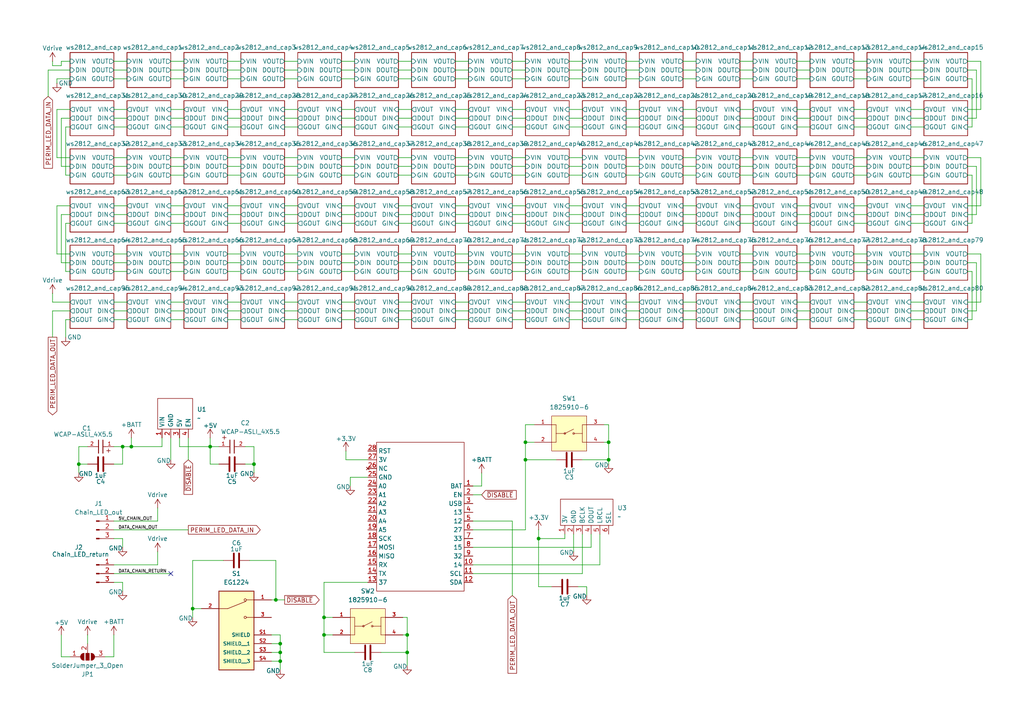
<source format=kicad_sch>
(kicad_sch (version 20250114) (generator "eeschema") (generator_version "9.0")
  (paper "A4")
  (junction (at 152.4 133.35))
  (junction (at 93.98 179.07))
  (junction (at 176.53 128.27))
  (junction (at 156.21 156.21))
  (junction (at 81.28 189.23))
  (junction (at 22.86 134.62))
  (junction (at 60.96 129.54))
  (junction (at 55.88 176.53))
  (junction (at 73.66 134.62))
  (junction (at 176.53 133.35))
  (junction (at 118.11 184.15))
  (junction (at 38.1 129.54))
  (junction (at 81.28 186.69))
  (junction (at 81.28 191.77))
  (junction (at 93.98 184.15))
  (junction (at 80.01 173.99))
  (junction (at 35.56 129.54))
  (junction (at 118.11 189.23))
  (junction (at 152.4 128.27))
  (no_connect (at 49.53 166.37))
  (wire (pts (xy 93.98 184.15) (xy 96.52 184.15)))
  (wire (pts (xy 267.97 90.17) (xy 264.16 90.17)))
  (wire (pts (xy 86.36 90.17) (xy 82.55 90.17)))
  (wire (pts (xy 247.65 20.32) (xy 251.46 20.32)))
  (wire (pts (xy 165.1 45.72) (xy 168.91 45.72)))
  (wire (pts (xy 38.1 129.54) (xy 46.99 129.54)))
  (wire (pts (xy 165.1 22.86) (xy 168.91 22.86)))
  (wire (pts (xy 148.59 50.8) (xy 152.4 50.8)))
  (wire (pts (xy 25.4 184.15) (xy 25.4 186.69)))
  (wire (pts (xy 86.36 31.75) (xy 82.55 31.75)))
  (wire (pts (xy 135.89 90.17) (xy 132.08 90.17)))
  (wire (pts (xy 283.21 34.29) (xy 280.67 34.29)))
  (wire (pts (xy 73.66 137.16) (xy 73.66 134.62)))
  (wire (pts (xy 49.53 50.8) (xy 53.34 50.8)))
  (wire (pts (xy 17.78 184.15) (xy 17.78 190.5)))
  (wire (pts (xy 106.68 133.35) (xy 100.33 133.35)))
  (wire (pts (xy 86.36 62.23) (xy 82.55 62.23)))
  (wire (pts (xy 137.16 166.37) (xy 168.91 166.37)))
  (wire (pts (xy 165.1 20.32) (xy 168.91 20.32)))
  (wire (pts (xy 280.67 76.2) (xy 283.21 76.2)))
  (wire (pts (xy 283.21 20.32) (xy 283.21 34.29)))
  (wire (pts (xy 17.78 19.05) (xy 15.24 19.05)))
  (wire (pts (xy 17.78 34.29) (xy 17.78 48.26)))
  (wire (pts (xy 218.44 34.29) (xy 214.63 34.29)))
  (wire (pts (xy 201.93 36.83) (xy 198.12 36.83)))
  (wire (pts (xy 152.4 36.83) (xy 148.59 36.83)))
  (wire (pts (xy 20.32 17.78) (xy 17.78 17.78)))
  (wire (pts (xy 63.5 134.62) (xy 60.96 134.62)))
  (wire (pts (xy 152.4 59.69) (xy 148.59 59.69)))
  (wire (pts (xy 102.87 34.29) (xy 99.06 34.29)))
  (wire (pts (xy 160.02 170.18) (xy 156.21 170.18)))
  (wire (pts (xy 66.04 17.78) (xy 69.85 17.78)))
  (wire (pts (xy 175.26 128.27) (xy 176.53 128.27)))
  (wire (pts (xy 280.67 45.72) (xy 284.48 45.72)))
  (wire (pts (xy 132.08 17.78) (xy 135.89 17.78)))
  (wire (pts (xy 118.11 184.15) (xy 118.11 189.23)))
  (wire (pts (xy 119.38 31.75) (xy 115.57 31.75)))
  (wire (pts (xy 60.96 134.62) (xy 60.96 129.54)))
  (wire (pts (xy 118.11 179.07) (xy 118.11 184.15)))
  (wire (pts (xy 101.6 138.43) (xy 106.68 138.43)))
  (wire (pts (xy 36.83 90.17) (xy 33.02 90.17)))
  (wire (pts (xy 86.36 36.83) (xy 82.55 36.83)))
  (wire (pts (xy 20.32 64.77) (xy 19.05 64.77)))
  (wire (pts (xy 16.51 73.66) (xy 20.32 73.66)))
  (wire (pts (xy 284.48 45.72) (xy 284.48 59.69)))
  (wire (pts (xy 214.63 76.2) (xy 218.44 76.2)))
  (wire (pts (xy 234.95 36.83) (xy 231.14 36.83)))
  (wire (pts (xy 135.89 92.71) (xy 132.08 92.71)))
  (wire (pts (xy 69.85 62.23) (xy 66.04 62.23)))
  (wire (pts (xy 99.06 50.8) (xy 102.87 50.8)))
  (wire (pts (xy 234.95 59.69) (xy 231.14 59.69)))
  (wire (pts (xy 132.08 73.66) (xy 135.89 73.66)))
  (wire (pts (xy 284.48 59.69) (xy 280.67 59.69)))
  (wire (pts (xy 267.97 34.29) (xy 264.16 34.29)))
  (wire (pts (xy 66.04 76.2) (xy 69.85 76.2)))
  (wire (pts (xy 135.89 36.83) (xy 132.08 36.83)))
  (wire (pts (xy 82.55 45.72) (xy 86.36 45.72)))
  (wire (pts (xy 35.56 156.21) (xy 35.56 158.75)))
  (wire (pts (xy 168.91 64.77) (xy 165.1 64.77)))
  (wire (pts (xy 281.94 92.71) (xy 280.67 92.71)))
  (wire (pts (xy 33.02 48.26) (xy 36.83 48.26)))
  (wire (pts (xy 247.65 78.74) (xy 251.46 78.74)))
  (wire (pts (xy 231.14 22.86) (xy 234.95 22.86)))
  (wire (pts (xy 119.38 90.17) (xy 115.57 90.17)))
  (wire (pts (xy 33.02 78.74) (xy 36.83 78.74)))
  (wire (pts (xy 185.42 87.63) (xy 181.61 87.63)))
  (wire (pts (xy 36.83 64.77) (xy 33.02 64.77)))
  (wire (pts (xy 168.91 154.94) (xy 168.91 166.37)))
  (wire (pts (xy 173.99 154.94) (xy 173.99 163.83)))
  (wire (pts (xy 53.34 92.71) (xy 49.53 92.71)))
  (wire (pts (xy 267.97 62.23) (xy 264.16 62.23)))
  (wire (pts (xy 99.06 45.72) (xy 102.87 45.72)))
  (wire (pts (xy 152.4 87.63) (xy 148.59 87.63)))
  (wire (pts (xy 247.65 22.86) (xy 251.46 22.86)))
  (wire (pts (xy 234.95 92.71) (xy 231.14 92.71)))
  (wire (pts (xy 168.91 34.29) (xy 165.1 34.29)))
  (wire (pts (xy 52.07 127) (xy 52.07 129.54)))
  (wire (pts (xy 247.65 76.2) (xy 251.46 76.2)))
  (wire (pts (xy 251.46 87.63) (xy 247.65 87.63)))
  (wire (pts (xy 132.08 22.86) (xy 135.89 22.86)))
  (wire (pts (xy 80.01 173.99) (xy 82.55 173.99)))
  (wire (pts (xy 267.97 87.63) (xy 264.16 87.63)))
  (wire (pts (xy 198.12 20.32) (xy 201.93 20.32)))
  (wire (pts (xy 148.59 22.86) (xy 152.4 22.86)))
  (wire (pts (xy 214.63 45.72) (xy 218.44 45.72)))
  (wire (pts (xy 181.61 76.2) (xy 185.42 76.2)))
  (wire (pts (xy 20.32 92.71) (xy 19.05 92.71)))
  (wire (pts (xy 234.95 31.75) (xy 231.14 31.75)))
  (wire (pts (xy 280.67 78.74) (xy 281.94 78.74)))
  (wire (pts (xy 78.74 191.77) (xy 81.28 191.77)))
  (wire (pts (xy 102.87 31.75) (xy 99.06 31.75)))
  (wire (pts (xy 156.21 156.21) (xy 163.83 156.21)))
  (wire (pts (xy 116.84 179.07) (xy 118.11 179.07)))
  (wire (pts (xy 231.14 76.2) (xy 234.95 76.2)))
  (wire (pts (xy 86.36 34.29) (xy 82.55 34.29)))
  (wire (pts (xy 115.57 17.78) (xy 119.38 17.78)))
  (wire (pts (xy 16.51 24.13) (xy 16.51 22.86)))
  (wire (pts (xy 49.53 17.78) (xy 53.34 17.78)))
  (wire (pts (xy 165.1 78.74) (xy 168.91 78.74)))
  (wire (pts (xy 251.46 92.71) (xy 247.65 92.71)))
  (wire (pts (xy 20.32 62.23) (xy 17.78 62.23)))
  (wire (pts (xy 93.98 189.23) (xy 102.87 189.23)))
  (wire (pts (xy 72.39 162.56) (xy 80.01 162.56)))
  (wire (pts (xy 181.61 50.8) (xy 185.42 50.8)))
  (wire (pts (xy 33.02 45.72) (xy 36.83 45.72)))
  (wire (pts (xy 86.36 59.69) (xy 82.55 59.69)))
  (wire (pts (xy 36.83 34.29) (xy 33.02 34.29)))
  (wire (pts (xy 33.02 168.91) (xy 35.56 168.91)))
  (wire (pts (xy 284.48 31.75) (xy 280.67 31.75)))
  (wire (pts (xy 201.93 31.75) (xy 198.12 31.75)))
  (wire (pts (xy 80.01 162.56) (xy 80.01 173.99)))
  (wire (pts (xy 168.91 90.17) (xy 165.1 90.17)))
  (wire (pts (xy 53.34 62.23) (xy 49.53 62.23)))
  (wire (pts (xy 20.32 34.29) (xy 17.78 34.29)))
  (wire (pts (xy 165.1 48.26) (xy 168.91 48.26)))
  (wire (pts (xy 55.88 162.56) (xy 55.88 176.53)))
  (wire (pts (xy 64.77 162.56) (xy 55.88 162.56)))
  (wire (pts (xy 267.97 92.71) (xy 264.16 92.71)))
  (wire (pts (xy 36.83 36.83) (xy 33.02 36.83)))
  (wire (pts (xy 66.04 20.32) (xy 69.85 20.32)))
  (wire (pts (xy 33.02 20.32) (xy 36.83 20.32)))
  (wire (pts (xy 281.94 64.77) (xy 280.67 64.77)))
  (wire (pts (xy 185.42 59.69) (xy 181.61 59.69)))
  (wire (pts (xy 231.14 20.32) (xy 234.95 20.32)))
  (wire (pts (xy 30.48 190.5) (xy 33.02 190.5)))
  (wire (pts (xy 267.97 59.69) (xy 264.16 59.69)))
  (wire (pts (xy 148.59 78.74) (xy 152.4 78.74)))
  (wire (pts (xy 19.05 36.83) (xy 19.05 50.8)))
  (wire (pts (xy 19.05 64.77) (xy 19.05 78.74)))
  (wire (pts (xy 33.02 163.83) (xy 45.72 163.83)))
  (wire (pts (xy 264.16 48.26) (xy 267.97 48.26)))
  (wire (pts (xy 33.02 50.8) (xy 36.83 50.8)))
  (wire (pts (xy 231.14 50.8) (xy 234.95 50.8)))
  (wire (pts (xy 35.56 168.91) (xy 35.56 171.45)))
  (wire (pts (xy 165.1 50.8) (xy 168.91 50.8)))
  (wire (pts (xy 119.38 64.77) (xy 115.57 64.77)))
  (wire (pts (xy 36.83 87.63) (xy 33.02 87.63)))
  (wire (pts (xy 152.4 123.19) (xy 152.4 128.27)))
  (wire (pts (xy 201.93 87.63) (xy 198.12 87.63)))
  (wire (pts (xy 66.04 78.74) (xy 69.85 78.74)))
  (wire (pts (xy 214.63 22.86) (xy 218.44 22.86)))
  (wire (pts (xy 152.4 64.77) (xy 148.59 64.77)))
  (wire (pts (xy 173.99 163.83) (xy 137.16 163.83)))
  (wire (pts (xy 82.55 22.86) (xy 86.36 22.86)))
  (wire (pts (xy 148.59 151.13) (xy 148.59 172.72)))
  (wire (pts (xy 181.61 45.72) (xy 185.42 45.72)))
  (wire (pts (xy 17.78 17.78) (xy 17.78 19.05)))
  (wire (pts (xy 82.55 17.78) (xy 86.36 17.78)))
  (wire (pts (xy 198.12 48.26) (xy 201.93 48.26)))
  (wire (pts (xy 115.57 22.86) (xy 119.38 22.86)))
  (wire (pts (xy 20.32 59.69) (xy 16.51 59.69)))
  (wire (pts (xy 284.48 17.78) (xy 284.48 31.75)))
  (wire (pts (xy 137.16 151.13) (xy 148.59 151.13)))
  (wire (pts (xy 185.42 62.23) (xy 181.61 62.23)))
  (wire (pts (xy 148.59 45.72) (xy 152.4 45.72)))
  (wire (pts (xy 135.89 64.77) (xy 132.08 64.77)))
  (wire (pts (xy 175.26 123.19) (xy 176.53 123.19)))
  (wire (pts (xy 181.61 22.86) (xy 185.42 22.86)))
  (wire (pts (xy 148.59 73.66) (xy 152.4 73.66)))
  (wire (pts (xy 69.85 64.77) (xy 66.04 64.77)))
  (wire (pts (xy 102.87 87.63) (xy 99.06 87.63)))
  (wire (pts (xy 17.78 48.26) (xy 20.32 48.26)))
  (wire (pts (xy 132.08 50.8) (xy 135.89 50.8)))
  (wire (pts (xy 20.32 87.63) (xy 15.24 87.63)))
  (wire (pts (xy 86.36 92.71) (xy 82.55 92.71)))
  (wire (pts (xy 181.61 17.78) (xy 185.42 17.78)))
  (wire (pts (xy 66.04 45.72) (xy 69.85 45.72)))
  (wire (pts (xy 86.36 64.77) (xy 82.55 64.77)))
  (wire (pts (xy 251.46 90.17) (xy 247.65 90.17)))
  (wire (pts (xy 16.51 45.72) (xy 20.32 45.72)))
  (wire (pts (xy 165.1 76.2) (xy 168.91 76.2)))
  (wire (pts (xy 171.45 158.75) (xy 171.45 154.94)))
  (wire (pts (xy 20.32 31.75) (xy 16.51 31.75)))
  (wire (pts (xy 168.91 36.83) (xy 165.1 36.83)))
  (wire (pts (xy 33.02 17.78) (xy 36.83 17.78)))
  (wire (pts (xy 132.08 48.26) (xy 135.89 48.26)))
  (wire (pts (xy 82.55 48.26) (xy 86.36 48.26)))
  (wire (pts (xy 119.38 34.29) (xy 115.57 34.29)))
  (wire (pts (xy 53.34 34.29) (xy 49.53 34.29)))
  (wire (pts (xy 17.78 62.23) (xy 17.78 76.2)))
  (wire (pts (xy 55.88 179.07) (xy 55.88 176.53)))
  (wire (pts (xy 35.56 129.54) (xy 33.02 129.54)))
  (wire (pts (xy 49.53 127) (xy 49.53 133.35)))
  (wire (pts (xy 214.63 48.26) (xy 218.44 48.26)))
  (wire (pts (xy 45.72 163.83) (xy 45.72 160.02)))
  (wire (pts (xy 102.87 59.69) (xy 99.06 59.69)))
  (wire (pts (xy 73.66 134.62) (xy 73.66 129.54)))
  (wire (pts (xy 115.57 78.74) (xy 119.38 78.74)))
  (wire (pts (xy 201.93 64.77) (xy 198.12 64.77)))
  (wire (pts (xy 119.38 59.69) (xy 115.57 59.69)))
  (wire (pts (xy 234.95 90.17) (xy 231.14 90.17)))
  (wire (pts (xy 36.83 92.71) (xy 33.02 92.71)))
  (wire (pts (xy 176.53 123.19) (xy 176.53 128.27)))
  (wire (pts (xy 152.4 128.27) (xy 152.4 133.35)))
  (wire (pts (xy 281.94 22.86) (xy 281.94 36.83)))
  (wire (pts (xy 198.12 22.86) (xy 201.93 22.86)))
  (wire (pts (xy 152.4 128.27) (xy 154.94 128.27)))
  (wire (pts (xy 99.06 73.66) (xy 102.87 73.66)))
  (wire (pts (xy 264.16 20.32) (xy 267.97 20.32)))
  (wire (pts (xy 281.94 78.74) (xy 281.94 92.71)))
  (wire (pts (xy 181.61 48.26) (xy 185.42 48.26)))
  (wire (pts (xy 231.14 45.72) (xy 234.95 45.72)))
  (wire (pts (xy 135.89 62.23) (xy 132.08 62.23)))
  (wire (pts (xy 118.11 189.23) (xy 118.11 193.04)))
  (wire (pts (xy 168.91 92.71) (xy 165.1 92.71)))
  (wire (pts (xy 102.87 64.77) (xy 99.06 64.77)))
  (wire (pts (xy 234.95 64.77) (xy 231.14 64.77)))
  (wire (pts (xy 66.04 48.26) (xy 69.85 48.26)))
  (wire (pts (xy 22.86 137.16) (xy 22.86 134.62)))
  (wire (pts (xy 267.97 36.83) (xy 264.16 36.83)))
  (wire (pts (xy 15.24 87.63) (xy 15.24 85.09)))
  (wire (pts (xy 168.91 59.69) (xy 165.1 59.69)))
  (wire (pts (xy 13.97 20.32) (xy 20.32 20.32)))
  (wire (pts (xy 49.53 45.72) (xy 53.34 45.72)))
  (wire (pts (xy 283.21 48.26) (xy 283.21 62.23)))
  (wire (pts (xy 166.37 154.94) (xy 166.37 160.02)))
  (wire (pts (xy 181.61 73.66) (xy 185.42 73.66)))
  (wire (pts (xy 99.06 78.74) (xy 102.87 78.74)))
  (wire (pts (xy 218.44 90.17) (xy 214.63 90.17)))
  (wire (pts (xy 185.42 36.83) (xy 181.61 36.83)))
  (wire (pts (xy 115.57 45.72) (xy 119.38 45.72)))
  (wire (pts (xy 181.61 20.32) (xy 185.42 20.32)))
  (wire (pts (xy 60.96 129.54) (xy 63.5 129.54)))
  (wire (pts (xy 168.91 62.23) (xy 165.1 62.23)))
  (wire (pts (xy 53.34 36.83) (xy 49.53 36.83)))
  (wire (pts (xy 135.89 59.69) (xy 132.08 59.69)))
  (wire (pts (xy 60.96 129.54) (xy 60.96 127)))
  (wire (pts (xy 137.16 143.51) (xy 139.7 143.51)))
  (wire (pts (xy 280.67 20.32) (xy 283.21 20.32)))
  (wire (pts (xy 19.05 50.8) (xy 20.32 50.8)))
  (wire (pts (xy 115.57 48.26) (xy 119.38 48.26)))
  (wire (pts (xy 132.08 20.32) (xy 135.89 20.32)))
  (wire (pts (xy 81.28 184.15) (xy 81.28 186.69)))
  (wire (pts (xy 69.85 36.83) (xy 66.04 36.83)))
  (wire (pts (xy 139.7 140.97) (xy 139.7 137.16)))
  (wire (pts (xy 54.61 127) (xy 54.61 133.35)))
  (wire (pts (xy 33.02 76.2) (xy 36.83 76.2)))
  (wire (pts (xy 33.02 151.13) (xy 45.72 151.13)))
  (wire (pts (xy 69.85 92.71) (xy 66.04 92.71)))
  (wire (pts (xy 33.02 166.37) (xy 49.53 166.37)))
  (wire (pts (xy 132.08 76.2) (xy 135.89 76.2)))
  (wire (pts (xy 156.21 153.67) (xy 156.21 156.21)))
  (wire (pts (xy 283.21 90.17) (xy 280.67 90.17)))
  (wire (pts (xy 16.51 31.75) (xy 16.51 45.72)))
  (wire (pts (xy 181.61 78.74) (xy 185.42 78.74)))
  (wire (pts (xy 82.55 78.74) (xy 86.36 78.74)))
  (wire (pts (xy 81.28 191.77) (xy 81.28 194.31)))
  (wire (pts (xy 93.98 168.91) (xy 106.68 168.91)))
  (wire (pts (xy 148.59 20.32) (xy 152.4 20.32)))
  (wire (pts (xy 86.36 87.63) (xy 82.55 87.63)))
  (wire (pts (xy 22.86 129.54) (xy 25.4 129.54)))
  (wire (pts (xy 168.91 133.35) (xy 176.53 133.35)))
  (wire (pts (xy 69.85 59.69) (xy 66.04 59.69)))
  (wire (pts (xy 22.86 134.62) (xy 22.86 129.54)))
  (wire (pts (xy 49.53 73.66) (xy 53.34 73.66)))
  (wire (pts (xy 116.84 184.15) (xy 118.11 184.15)))
  (wire (pts (xy 280.67 22.86) (xy 281.94 22.86)))
  (wire (pts (xy 115.57 73.66) (xy 119.38 73.66)))
  (wire (pts (xy 152.4 90.17) (xy 148.59 90.17)))
  (wire (pts (xy 46.99 129.54) (xy 46.99 127)))
  (wire (pts (xy 132.08 78.74) (xy 135.89 78.74)))
  (wire (pts (xy 218.44 59.69) (xy 214.63 59.69)))
  (wire (pts (xy 102.87 36.83) (xy 99.06 36.83)))
  (wire (pts (xy 36.83 62.23) (xy 33.02 62.23)))
  (wire (pts (xy 81.28 189.23) (xy 81.28 191.77)))
  (wire (pts (xy 198.12 76.2) (xy 201.93 76.2)))
  (wire (pts (xy 264.16 17.78) (xy 267.97 17.78)))
  (wire (pts (xy 168.91 87.63) (xy 165.1 87.63)))
  (wire (pts (xy 78.74 173.99) (xy 80.01 173.99)))
  (wire (pts (xy 264.16 76.2) (xy 267.97 76.2)))
  (wire (pts (xy 148.59 76.2) (xy 152.4 76.2)))
  (wire (pts (xy 137.16 153.67) (xy 152.4 153.67)))
  (wire (pts (xy 82.55 76.2) (xy 86.36 76.2)))
  (wire (pts (xy 45.72 151.13) (xy 45.72 147.32)))
  (wire (pts (xy 36.83 31.75) (xy 33.02 31.75)))
  (wire (pts (xy 167.64 170.18) (xy 170.18 170.18)))
  (wire (pts (xy 49.53 48.26) (xy 53.34 48.26)))
  (wire (pts (xy 185.42 31.75) (xy 181.61 31.75)))
  (wire (pts (xy 25.4 134.62) (xy 22.86 134.62)))
  (wire (pts (xy 66.04 73.66) (xy 69.85 73.66)))
  (wire (pts (xy 176.53 128.27) (xy 176.53 133.35)))
  (wire (pts (xy 234.95 87.63) (xy 231.14 87.63)))
  (wire (pts (xy 251.46 34.29) (xy 247.65 34.29)))
  (wire (pts (xy 176.53 133.35) (xy 176.53 134.62)))
  (wire (pts (xy 198.12 78.74) (xy 201.93 78.74)))
  (wire (pts (xy 137.16 158.75) (xy 171.45 158.75)))
  (wire (pts (xy 284.48 87.63) (xy 280.67 87.63)))
  (wire (pts (xy 152.4 92.71) (xy 148.59 92.71)))
  (wire (pts (xy 82.55 20.32) (xy 86.36 20.32)))
  (wire (pts (xy 35.56 134.62) (xy 35.56 129.54)))
  (wire (pts (xy 231.14 78.74) (xy 234.95 78.74)))
  (wire (pts (xy 218.44 64.77) (xy 214.63 64.77)))
  (wire (pts (xy 152.4 133.35) (xy 152.4 153.67)))
  (wire (pts (xy 152.4 133.35) (xy 161.29 133.35)))
  (wire (pts (xy 251.46 31.75) (xy 247.65 31.75)))
  (wire (pts (xy 218.44 62.23) (xy 214.63 62.23)))
  (wire (pts (xy 264.16 73.66) (xy 267.97 73.66)))
  (wire (pts (xy 148.59 17.78) (xy 152.4 17.78)))
  (wire (pts (xy 137.16 140.97) (xy 139.7 140.97)))
  (wire (pts (xy 99.06 48.26) (xy 102.87 48.26)))
  (wire (pts (xy 264.16 22.86) (xy 267.97 22.86)))
  (wire (pts (xy 69.85 87.63) (xy 66.04 87.63)))
  (wire (pts (xy 201.93 34.29) (xy 198.12 34.29)))
  (wire (pts (xy 185.42 34.29) (xy 181.61 34.29)))
  (wire (pts (xy 53.34 64.77) (xy 49.53 64.77)))
  (wire (pts (xy 201.93 62.23) (xy 198.12 62.23)))
  (wire (pts (xy 214.63 20.32) (xy 218.44 20.32)))
  (wire (pts (xy 135.89 31.75) (xy 132.08 31.75)))
  (wire (pts (xy 99.06 20.32) (xy 102.87 20.32)))
  (wire (pts (xy 35.56 129.54) (xy 38.1 129.54)))
  (wire (pts (xy 119.38 36.83) (xy 115.57 36.83)))
  (wire (pts (xy 102.87 92.71) (xy 99.06 92.71)))
  (wire (pts (xy 198.12 45.72) (xy 201.93 45.72)))
  (wire (pts (xy 33.02 73.66) (xy 36.83 73.66)))
  (wire (pts (xy 73.66 129.54) (xy 71.12 129.54)))
  (wire (pts (xy 152.4 34.29) (xy 148.59 34.29)))
  (wire (pts (xy 49.53 20.32) (xy 53.34 20.32)))
  (wire (pts (xy 33.02 22.86) (xy 36.83 22.86)))
  (wire (pts (xy 247.65 50.8) (xy 251.46 50.8)))
  (wire (pts (xy 119.38 87.63) (xy 115.57 87.63)))
  (wire (pts (xy 102.87 90.17) (xy 99.06 90.17)))
  (wire (pts (xy 283.21 62.23) (xy 280.67 62.23)))
  (wire (pts (xy 247.65 17.78) (xy 251.46 17.78)))
  (wire (pts (xy 251.46 62.23) (xy 247.65 62.23)))
  (wire (pts (xy 283.21 76.2) (xy 283.21 90.17)))
  (wire (pts (xy 198.12 73.66) (xy 201.93 73.66)))
  (wire (pts (xy 99.06 22.86) (xy 102.87 22.86)))
  (wire (pts (xy 54.61 153.67) (xy 33.02 153.67)))
  (wire (pts (xy 49.53 22.86) (xy 53.34 22.86)))
  (wire (pts (xy 20.32 36.83) (xy 19.05 36.83)))
  (wire (pts (xy 231.14 17.78) (xy 234.95 17.78)))
  (wire (pts (xy 170.18 170.18) (xy 170.18 172.72)))
  (wire (pts (xy 198.12 50.8) (xy 201.93 50.8)))
  (wire (pts (xy 69.85 31.75) (xy 66.04 31.75)))
  (wire (pts (xy 234.95 62.23) (xy 231.14 62.23)))
  (wire (pts (xy 99.06 17.78) (xy 102.87 17.78)))
  (wire (pts (xy 17.78 76.2) (xy 20.32 76.2)))
  (wire (pts (xy 19.05 78.74) (xy 20.32 78.74)))
  (wire (pts (xy 69.85 34.29) (xy 66.04 34.29)))
  (wire (pts (xy 267.97 64.77) (xy 264.16 64.77)))
  (wire (pts (xy 201.93 90.17) (xy 198.12 90.17)))
  (wire (pts (xy 163.83 156.21) (xy 163.83 154.94)))
  (wire (pts (xy 280.67 17.78) (xy 284.48 17.78)))
  (wire (pts (xy 218.44 87.63) (xy 214.63 87.63)))
  (wire (pts (xy 247.65 45.72) (xy 251.46 45.72)))
  (wire (pts (xy 218.44 36.83) (xy 214.63 36.83)))
  (wire (pts (xy 78.74 189.23) (xy 81.28 189.23)))
  (wire (pts (xy 53.34 87.63) (xy 49.53 87.63)))
  (wire (pts (xy 135.89 34.29) (xy 132.08 34.29)))
  (wire (pts (xy 132.08 45.72) (xy 135.89 45.72)))
  (wire (pts (xy 152.4 62.23) (xy 148.59 62.23)))
  (wire (pts (xy 152.4 123.19) (xy 154.94 123.19)))
  (wire (pts (xy 234.95 34.29) (xy 231.14 34.29)))
  (wire (pts (xy 78.74 186.69) (xy 81.28 186.69)))
  (wire (pts (xy 152.4 31.75) (xy 148.59 31.75)))
  (wire (pts (xy 49.53 76.2) (xy 53.34 76.2)))
  (wire (pts (xy 100.33 133.35) (xy 100.33 130.81)))
  (wire (pts (xy 53.34 31.75) (xy 49.53 31.75)))
  (wire (pts (xy 264.16 45.72) (xy 267.97 45.72)))
  (wire (pts (xy 93.98 189.23) (xy 93.98 184.15)))
  (wire (pts (xy 218.44 31.75) (xy 214.63 31.75)))
  (wire (pts (xy 71.12 134.62) (xy 73.66 134.62)))
  (wire (pts (xy 66.04 50.8) (xy 69.85 50.8)))
  (wire (pts (xy 201.93 92.71) (xy 198.12 92.71)))
  (wire (pts (xy 168.91 31.75) (xy 165.1 31.75)))
  (wire (pts (xy 115.57 76.2) (xy 119.38 76.2)))
  (wire (pts (xy 33.02 156.21) (xy 35.56 156.21)))
  (wire (pts (xy 251.46 59.69) (xy 247.65 59.69)))
  (wire (pts (xy 19.05 92.71) (xy 19.05 97.79)))
  (wire (pts (xy 99.06 76.2) (xy 102.87 76.2)))
  (wire (pts (xy 53.34 59.69) (xy 49.53 59.69)))
  (wire (pts (xy 251.46 64.77) (xy 247.65 64.77)))
  (wire (pts (xy 16.51 59.69) (xy 16.51 73.66)))
  (wire (pts (xy 281.94 50.8) (xy 281.94 64.77)))
  (wire (pts (xy 16.51 22.86) (xy 20.32 22.86)))
  (wire (pts (xy 115.57 50.8) (xy 119.38 50.8)))
  (wire (pts (xy 264.16 50.8) (xy 267.97 50.8)))
  (wire (pts (xy 247.65 73.66) (xy 251.46 73.66)))
  (wire (pts (xy 82.55 50.8) (xy 86.36 50.8)))
  (wire (pts (xy 218.44 92.71) (xy 214.63 92.71)))
  (wire (pts (xy 13.97 27.94) (xy 13.97 20.32)))
  (wire (pts (xy 115.57 20.32) (xy 119.38 20.32)))
  (wire (pts (xy 201.93 59.69) (xy 198.12 59.69)))
  (wire (pts (xy 280.67 73.66) (xy 284.48 73.66)))
  (wire (pts (xy 284.48 73.66) (xy 284.48 87.63)))
  (wire (pts (xy 33.02 134.62) (xy 35.56 134.62)))
  (wire (pts (xy 66.04 22.86) (xy 69.85 22.86)))
  (wire (pts (xy 281.94 36.83) (xy 280.67 36.83)))
  (wire (pts (xy 165.1 73.66) (xy 168.91 73.66)))
  (wire (pts (xy 78.74 184.15) (xy 81.28 184.15)))
  (wire (pts (xy 231.14 73.66) (xy 234.95 73.66)))
  (wire (pts (xy 52.07 129.54) (xy 60.96 129.54)))
  (wire (pts (xy 231.14 48.26) (xy 234.95 48.26)))
  (wire (pts (xy 214.63 17.78) (xy 218.44 17.78)))
  (wire (pts (xy 214.63 50.8) (xy 218.44 50.8)))
  (wire (pts (xy 214.63 78.74) (xy 218.44 78.74)))
  (wire (pts (xy 55.88 176.53) (xy 58.42 176.53)))
  (wire (pts (xy 38.1 127) (xy 38.1 129.54)))
  (wire (pts (xy 280.67 50.8) (xy 281.94 50.8)))
  (wire (pts (xy 20.32 190.5) (xy 17.78 190.5)))
  (wire (pts (xy 185.42 64.77) (xy 181.61 64.77)))
  (wire (pts (xy 119.38 92.71) (xy 115.57 92.71)))
  (wire (pts (xy 267.97 31.75) (xy 264.16 31.75)))
  (wire (pts (xy 214.63 73.66) (xy 218.44 73.66)))
  (wire (pts (xy 93.98 179.07) (xy 93.98 168.91)))
  (wire (pts (xy 36.83 59.69) (xy 33.02 59.69)))
  (wire (pts (xy 33.02 190.5) (xy 33.02 184.15)))
  (wire (pts (xy 185.42 90.17) (xy 181.61 90.17)))
  (wire (pts (xy 165.1 17.78) (xy 168.91 17.78)))
  (wire (pts (xy 280.67 48.26) (xy 283.21 48.26)))
  (wire (pts (xy 93.98 179.07) (xy 93.98 184.15)))
  (wire (pts (xy 53.34 90.17) (xy 49.53 90.17)))
  (wire (pts (xy 93.98 179.07) (xy 96.52 179.07)))
  (wire (pts (xy 15.24 90.17) (xy 15.24 97.79)))
  (wire (pts (xy 156.21 170.18) (xy 156.21 156.21)))
  (wire (pts (xy 81.28 186.69) (xy 81.28 189.23)))
  (wire (pts (xy 135.89 87.63) (xy 132.08 87.63)))
  (wire (pts (xy 198.12 17.78) (xy 201.93 17.78)))
  (wire (pts (xy 101.6 140.97) (xy 101.6 138.43)))
  (wire (pts (xy 20.32 90.17) (xy 15.24 90.17)))
  (wire (pts (xy 119.38 62.23) (xy 115.57 62.23)))
  (wire (pts (xy 264.16 78.74) (xy 267.97 78.74)))
  (wire (pts (xy 49.53 78.74) (xy 53.34 78.74)))
  (wire (pts (xy 82.55 73.66) (xy 86.36 73.66)))
  (wire (pts (xy 110.49 189.23) (xy 118.11 189.23)))
  (wire (pts (xy 15.24 17.78) (xy 15.24 19.05)))
  (wire (pts (xy 251.46 36.83) (xy 247.65 36.83)))
  (wire (pts (xy 148.59 48.26) (xy 152.4 48.26)))
  (wire (pts (xy 102.87 62.23) (xy 99.06 62.23)))
  (wire (pts (xy 247.65 48.26) (xy 251.46 48.26)))
  (wire (pts (xy 69.85 90.17) (xy 66.04 90.17)))
  (wire (pts (xy 185.42 92.71) (xy 181.61 92.71)))
  (label "DATA_CHAIN_RETURN" (at 34.29 166.37 0) (effects (font (size 0.9144 0.9144))))
  (label "DATA_CHAIN_OUT" (at 34.29 153.67 0) (effects (font (size 0.9144 0.9144))))
  (label "5V_CHAIN_OUT" (at 34.29 151.13 0) (effects (font (size 0.9144 0.9144))))
  (global_label "PERIM_LED_DATA_IN" (shape output) (at 54.61 153.67 0) (property "Intersheetrefs" "${INTERSHEET_REFS}" (effects (hide yes))))
  (global_label "PERIM_LED_DATA_OUT" (shape input) (at 148.59 172.72 270) (property "Intersheetrefs" "${INTERSHEET_REFS}" (effects (hide yes))))
  (global_label "PERIM_LED_DATA_OUT" (shape output) (at 15.24 97.79 270) (property "Intersheetrefs" "${INTERSHEET_REFS}" (effects (hide yes))))
  (global_label "~{DISABLE}" (shape output) (at 82.55 173.99 0) (property "Intersheetrefs" "${INTERSHEET_REFS}" (effects (hide yes))))
  (global_label "~{DISABLE}" (shape input) (at 139.7 143.51 0) (property "Intersheetrefs" "${INTERSHEET_REFS}" (effects (hide yes))))
  (global_label "PERIM_LED_DATA_IN" (shape input) (at 13.97 27.94 270) (property "Intersheetrefs" "${INTERSHEET_REFS}" (effects (hide yes))))
  (global_label "~{DISABLE}" (shape input) (at 54.61 133.35 270) (property "Intersheetrefs" "${INTERSHEET_REFS}" (effects (hide yes))))
  (symbol (lib_id "pfornage-kicad-lib:ADA5400_ESP32_Feather") (at 121.92 149.86 0) (unit 1)
    (property "Reference" "U2" (effects (hide yes)))
    (property "Footprint" "pfornage-kicad-lib:ADA5400_ESP32_Feather" (effects (hide yes)))
  )
  (symbol (lib_id "power:GND") (at 16.51 24.13 0) (unit 1)
    (property "Reference" "#PWR02" (effects (hide yes)))
    (property "Value" "GND" (at 19.05 24.13 0))
    (property "Description" "Power symbol creates a global label with name \"GND\" , ground" (effects (hide yes)))
  )
  (symbol (lib_id "Device:C") (at 163.83 170.18 90) (mirror x) (unit 1)
    (property "Reference" "C7" (at 163.83 175.26 90))
    (property "Value" "1uF" (at 163.83 173.482 90))
    (property "Footprint" "Capacitor_SMD:C_0603_1608Metric" (effects (hide yes)))
    (property "Description" "Unpolarized capacitor" (effects (hide yes)))
  )
  (symbol (lib_id "Connector:Conn_01x03_Pin") (at 27.94 166.37 0) (unit 1)
    (property "Reference" "J2" (at 22.86 158.75 0))
    (property "Value" "Chain_LED_return" (at 23.368 160.782 0))
    (property "Footprint" "Connector_JST:JST_XH_B3B-XH-A_1x03_P2.50mm_Vertical" (effects (hide yes)))
    (property "Description" "Generic connector, single row, 01x03, script generated" (effects (hide yes)))
  )
  (symbol (lib_id "pfornage-kicad-lib:1825910-6") (at 106.68 181.61 0) (unit 1)
    (property "Reference" "SW2" (at 106.68 171.45 0))
    (property "Value" "1825910-6" (at 106.68 173.99 0))
    (property "Footprint" "pfornage-kicad-lib:SW_1825910-6-4" (effects (hide yes)))
    (property "PARTREV" "C10" (effects (hide yes)))
    (property "STANDARD" "Manufacturer Recommendations" (effects (hide yes)))
    (property "MANUFACTURER" "TE CONNECTIVITY" (effects (hide yes)))
  )
  (symbol (lib_id "pfornage-kicad-lib:ADA6049_ICS_43434_MICROPHONE") (at 170.18 149.86 0) (unit 1)
    (property "Reference" "U3" (at 179.07 147.3199 0) (effects (justify left)))
    (property "Value" "~" (at 179.07 149.8599 0) (effects (justify left)))
    (property "Footprint" "pfornage-kicad-lib:ADA6049_ICS_43434_MICROPHONE" (effects (hide yes)))
  )
  (symbol (lib_id "power:+3.3V") (at 156.21 153.67 0) (unit 1)
    (property "Reference" "#PWR013" (effects (hide yes)))
    (property "Value" "+3.3V" (at 156.21 150.114 0))
    (property "Description" "Power symbol creates a global label with name \"+3.3V\"" (effects (hide yes)))
  )
  (symbol (lib_id "Jumper:SolderJumper_3_Open") (at 25.4 190.5 0) (mirror x) (unit 1) (in_bom no)
    (property "Reference" "JP1" (at 25.4 195.58 0))
    (property "Value" "SolderJumper_3_Open" (at 25.4 193.04 0))
    (property "Footprint" "Jumper:SolderJumper-3_P1.3mm_Open_RoundedPad1.0x1.5mm_NumberLabels" (effects (hide yes)))
    (property "Description" "Solder Jumper, 3-pole, open" (effects (hide yes)))
  )
  (symbol (lib_id "power:GND") (at 118.11 193.04 0) (unit 1)
    (property "Reference" "#PWR023" (effects (hide yes)))
    (property "Value" "GND" (at 116.078 193.294 0))
    (property "Description" "Power symbol creates a global label with name \"GND\" , ground" (effects (hide yes)))
  )
  (symbol (lib_id "Device:C") (at 165.1 133.35 90) (mirror x) (unit 1)
    (property "Reference" "C3" (at 165.1 138.43 90))
    (property "Value" "1uF" (at 165.1 136.652 90))
    (property "Footprint" "Capacitor_SMD:C_0603_1608Metric" (effects (hide yes)))
    (property "Description" "Unpolarized capacitor" (effects (hide yes)))
  )
  (symbol (lib_id "power:GND") (at 101.6 140.97 0) (unit 1)
    (property "Reference" "#PWR011" (effects (hide yes)))
    (property "Value" "GND" (at 99.568 141.224 0))
    (property "Description" "Power symbol creates a global label with name \"GND\" , ground" (effects (hide yes)))
  )
  (symbol (lib_id "power:Vdrive") (at 15.24 85.09 0) (unit 1)
    (property "Reference" "#PWR0218" (effects (hide yes)))
    (property "Value" "Vdrive" (at 15.24 81.28 0))
    (property "Description" "Power symbol creates a global label with name \"Vdrive\"" (effects (hide yes)))
  )
  (symbol (lib_id "pfornage-kicad-lib:EG1224") (at 68.58 179.07 0) (unit 1)
    (property "Reference" "S1" (at 68.58 166.37 0))
    (property "Value" "EG1224" (at 68.58 168.91 0))
    (property "Footprint" "pfornage-kicad-lib:SW_EG1224" (effects (hide yes)))
    (property "PARTREV" "A" (effects (hide yes)))
    (property "MANUFACTURER" "E-Switch" (effects (hide yes)))
    (property "MAXIMUM_PACKAGE_HEIGHT" "8.5 mm" (effects (hide yes)))
    (property "STANDARD" "IPC-7351B" (effects (hide yes)))
  )
  (symbol (lib_id "Device:C") (at 68.58 162.56 270) (mirror x) (unit 1)
    (property "Reference" "C6" (at 68.58 157.48 90))
    (property "Value" "1uF" (at 68.58 159.258 90))
    (property "Footprint" "Capacitor_SMD:C_0603_1608Metric" (effects (hide yes)))
    (property "Description" "Unpolarized capacitor" (effects (hide yes)))
  )
  (symbol (lib_id "power:+BATT") (at 33.02 184.15 0) (unit 1)
    (property "Reference" "#PWR022" (effects (hide yes)))
    (property "Value" "+BATT" (at 33.02 180.34 0))
    (property "Description" "Power symbol creates a global label with name \"+BATT\"" (effects (hide yes)))
  )
  (symbol (lib_id "power:+BATT") (at 139.7 137.16 0) (unit 1)
    (property "Reference" "#PWR010" (effects (hide yes)))
    (property "Value" "+BATT" (at 139.7 133.35 0))
    (property "Description" "Power symbol creates a global label with name \"+BATT\"" (effects (hide yes)))
  )
  (symbol (lib_id "power:GND") (at 81.28 194.31 0) (unit 1)
    (property "Reference" "#PWR024" (effects (hide yes)))
    (property "Value" "GND" (at 79.248 194.564 0))
    (property "Description" "Power symbol creates a global label with name \"GND\" , ground" (effects (hide yes)))
  )
  (symbol (lib_id "Connector:Conn_01x03_Pin") (at 27.94 153.67 0) (unit 1)
    (property "Reference" "J1" (at 28.575 146.05 0))
    (property "Value" "Chain_LED_out" (at 28.575 148.59 0))
    (property "Footprint" "Connector_JST:JST_XH_B3B-XH-A_1x03_P2.50mm_Vertical" (effects (hide yes)))
    (property "Description" "Generic connector, single row, 01x03, script generated" (effects (hide yes)))
  )
  (symbol (lib_id "power:GND") (at 19.05 97.79 0) (unit 1)
    (property "Reference" "#PWR0217" (effects (hide yes)))
    (property "Value" "GND" (at 21.59 97.79 0))
    (property "Description" "Power symbol creates a global label with name \"GND\" , ground" (effects (hide yes)))
  )
  (symbol (lib_id "pfornage-kicad-lib:WCAP-ASLI_4X5.5") (at 68.58 129.54 180) (unit 1)
    (property "Reference" "C2" (at 71.12 122.682 0))
    (property "Value" "WCAP-ASLI_4X5.5" (at 72.644 125.222 0))
    (property "Footprint" "pfornage-kicad-lib:WCAP-ASLI_4X5.5_DXL_" (effects (hide yes)))
  )
  (symbol (lib_id "power:GND") (at 35.56 158.75 0) (unit 1)
    (property "Reference" "#PWR014" (effects (hide yes)))
    (property "Value" "GND" (at 33.528 159.004 0))
    (property "Description" "Power symbol creates a global label with name \"GND\" , ground" (effects (hide yes)))
  )
  (symbol (lib_id "power:GND") (at 35.56 171.45 0) (unit 1)
    (property "Reference" "#PWR017" (effects (hide yes)))
    (property "Value" "GND" (at 33.528 171.704 0))
    (property "Description" "Power symbol creates a global label with name \"GND\" , ground" (effects (hide yes)))
  )
  (symbol (lib_id "power:GND") (at 55.88 179.07 0) (unit 1)
    (property "Reference" "#PWR019" (effects (hide yes)))
    (property "Value" "GND" (at 53.848 179.324 0))
    (property "Description" "Power symbol creates a global label with name \"GND\" , ground" (effects (hide yes)))
  )
  (symbol (lib_id "pfornage-kicad-lib:1825910-6") (at 165.1 125.73 0) (unit 1)
    (property "Reference" "SW1" (at 165.1 115.57 0))
    (property "Value" "1825910-6" (at 165.1 118.11 0))
    (property "Footprint" "pfornage-kicad-lib:SW_1825910-6-4" (effects (hide yes)))
    (property "PARTREV" "C10" (effects (hide yes)))
    (property "STANDARD" "Manufacturer Recommendations" (effects (hide yes)))
    (property "MANUFACTURER" "TE CONNECTIVITY" (effects (hide yes)))
  )
  (symbol (lib_id "power:Vdrive") (at 45.72 160.02 0) (unit 1)
    (property "Reference" "#PWR015" (effects (hide yes)))
    (property "Value" "Vdrive" (at 45.72 156.21 0))
    (property "Description" "Power symbol creates a global label with name \"Vdrive\"" (effects (hide yes)))
  )
  (symbol (lib_id "power:+5V") (at 60.96 127 0) (unit 1)
    (property "Reference" "#PWR04" (effects (hide yes)))
    (property "Value" "+5V" (at 60.96 123.444 0))
    (property "Description" "Power symbol creates a global label with name \"+5V\"" (effects (hide yes)))
  )
  (symbol (lib_id "Device:C") (at 106.68 189.23 90) (mirror x) (unit 1)
    (property "Reference" "C8" (at 106.68 194.31 90))
    (property "Value" "1uF" (at 106.68 192.532 90))
    (property "Footprint" "Capacitor_SMD:C_0603_1608Metric" (effects (hide yes)))
    (property "Description" "Unpolarized capacitor" (effects (hide yes)))
  )
  (symbol (lib_id "power:Vdrive") (at 45.72 147.32 0) (unit 1)
    (property "Reference" "#PWR012" (effects (hide yes)))
    (property "Value" "Vdrive" (at 45.72 143.51 0))
    (property "Description" "Power symbol creates a global label with name \"Vdrive\"" (effects (hide yes)))
  )
  (symbol (lib_id "power:+3.3V") (at 100.33 130.81 0) (unit 1)
    (property "Reference" "#PWR05" (effects (hide yes)))
    (property "Value" "+3.3V" (at 100.33 127.254 0))
    (property "Description" "Power symbol creates a global label with name \"+3.3V\"" (effects (hide yes)))
  )
  (symbol (lib_id "power:GND") (at 73.66 137.16 0) (unit 1)
    (property "Reference" "#PWR09" (effects (hide yes)))
    (property "Value" "GND" (at 71.628 137.414 0))
    (property "Description" "Power symbol creates a global label with name \"GND\" , ground" (effects (hide yes)))
  )
  (symbol (lib_id "power:GND") (at 22.86 137.16 0) (mirror y) (unit 1)
    (property "Reference" "#PWR08" (effects (hide yes)))
    (property "Value" "GND" (at 24.892 137.414 0))
    (property "Description" "Power symbol creates a global label with name \"GND\" , ground" (effects (hide yes)))
  )
  (symbol (lib_id "power:GND") (at 49.53 133.35 0) (unit 1)
    (property "Reference" "#PWR06" (effects (hide yes)))
    (property "Value" "GND" (at 47.498 133.604 0))
    (property "Description" "Power symbol creates a global label with name \"GND\" , ground" (effects (hide yes)))
  )
  (symbol (lib_id "power:GND") (at 166.37 160.02 0) (unit 1)
    (property "Reference" "#PWR016" (effects (hide yes)))
    (property "Value" "GND" (at 164.338 160.274 0))
    (property "Description" "Power symbol creates a global label with name \"GND\" , ground" (effects (hide yes)))
  )
  (symbol (lib_id "power:GND") (at 176.53 134.62 0) (unit 1)
    (property "Reference" "#PWR07" (effects (hide yes)))
    (property "Value" "GND" (at 174.498 134.874 0))
    (property "Description" "Power symbol creates a global label with name \"GND\" , ground" (effects (hide yes)))
  )
  (symbol (lib_id "power:GND") (at 170.18 172.72 0) (unit 1)
    (property "Reference" "#PWR018" (effects (hide yes)))
    (property "Value" "GND" (at 168.148 172.974 0))
    (property "Description" "Power symbol creates a global label with name \"GND\" , ground" (effects (hide yes)))
  )
  (symbol (lib_id "Device:C") (at 29.21 134.62 270) (unit 1)
    (property "Reference" "C4" (at 29.21 139.7 90))
    (property "Value" "1uF" (at 29.21 137.922 90))
    (property "Footprint" "Capacitor_SMD:C_0603_1608Metric" (effects (hide yes)))
    (property "Description" "Unpolarized capacitor" (effects (hide yes)))
  )
  (symbol (lib_id "power:+5V") (at 17.78 184.15 0) (unit 1)
    (property "Reference" "#PWR020" (effects (hide yes)))
    (property "Value" "+5V" (at 17.78 180.594 0))
    (property "Description" "Power symbol creates a global label with name \"+5V\"" (effects (hide yes)))
  )
  (symbol (lib_id "Device:C") (at 67.31 134.62 90) (mirror x) (unit 1)
    (property "Reference" "C5" (at 67.31 139.7 90))
    (property "Value" "1uF" (at 67.31 137.922 90))
    (property "Footprint" "Capacitor_SMD:C_0603_1608Metric" (effects (hide yes)))
    (property "Description" "Unpolarized capacitor" (effects (hide yes)))
  )
  (symbol (lib_id "power:Vdrive") (at 15.24 17.78 0) (unit 1)
    (property "Reference" "#PWR01" (effects (hide yes)))
    (property "Value" "Vdrive" (at 15.24 13.97 0))
    (property "Description" "Power symbol creates a global label with name \"Vdrive\"" (effects (hide yes)))
  )
  (symbol (lib_id "power:Vdrive") (at 25.4 184.15 0) (unit 1)
    (property "Reference" "#PWR021" (effects (hide yes)))
    (property "Value" "Vdrive" (at 25.4 180.34 0))
    (property "Description" "Power symbol creates a global label with name \"Vdrive\"" (effects (hide yes)))
  )
  (symbol (lib_id "pfornage-kicad-lib:WCAP-ASLI_4X5.5") (at 27.94 129.54 0) (unit 1)
    (property "Reference" "C1" (at 25.146 124.206 0))
    (property "Value" "WCAP-ASLI_4X5.5" (at 24.13 125.984 0))
    (property "Footprint" "pfornage-kicad-lib:WCAP-ASLI_4X5.5_DXL_" (effects (hide yes)))
  )
  (symbol (lib_id "power:+BATT") (at 38.1 127 0) (unit 1)
    (property "Reference" "#PWR03" (effects (hide yes)))
    (property "Value" "+BATT" (at 38.1 123.19 0))
    (property "Description" "Power symbol creates a global label with name \"+BATT\"" (effects (hide yes)))
  )
  (symbol (lib_id "pfornage-kicad-lib:ADA4654_Mini_boost_5v") (at 50.8 121.92 0) (unit 1)
    (property "Reference" "U1" (at 57.15 118.7449 0) (effects (justify left)))
    (property "Value" "~" (at 57.15 121.2849 0) (effects (justify left)))
    (property "Footprint" "pfornage-kicad-lib:ADA4654_Mini_boost_5v" (effects (hide yes)))
  )
  (sheet (at 251.46 71.12) (size 12.7 10.16) (stroke (width 0.1524))
    (property "Sheetname" "ws2812_and_cap78" (at 250.19 70.358 0) (effects (justify left bottom)))
    (property "Sheetfile" "ws2812_and_cap.kicad_sch" (effects (hide yes)))
    (pin "DIN" input (at 251.46 76.2 180))
    (pin "DOUT" output (at 264.16 76.2 0))
    (pin "GIN" input (at 251.46 78.74 180))
    (pin "GOUT" output (at 264.16 78.74 0))
    (pin "VIN" input (at 251.46 73.66 180))
    (pin "VOUT" output (at 264.16 73.66 0))
  )
  (sheet (at 119.38 71.12) (size 12.7 10.16) (stroke (width 0.1524))
    (property "Sheetname" "ws2812_and_cap70" (at 118.11 70.358 0) (effects (justify left bottom)))
    (property "Sheetfile" "ws2812_and_cap.kicad_sch" (effects (hide yes)))
    (pin "DIN" input (at 119.38 76.2 180))
    (pin "DOUT" output (at 132.08 76.2 0))
    (pin "GIN" input (at 119.38 78.74 180))
    (pin "GOUT" output (at 132.08 78.74 0))
    (pin "VIN" input (at 119.38 73.66 180))
    (pin "VOUT" output (at 132.08 73.66 0))
  )
  (sheet (at 267.97 43.18) (size 12.7 10.16) (stroke (width 0.1524))
    (property "Sheetname" "ws2812_and_cap47" (at 266.7 42.418 0) (effects (justify left bottom)))
    (property "Sheetfile" "ws2812_and_cap.kicad_sch" (effects (hide yes)))
    (pin "DIN" input (at 267.97 48.26 180))
    (pin "DOUT" output (at 280.67 48.26 0))
    (pin "GIN" input (at 267.97 50.8 180))
    (pin "GOUT" output (at 280.67 50.8 0))
    (pin "VIN" input (at 267.97 45.72 180))
    (pin "VOUT" output (at 280.67 45.72 0))
  )
  (sheet (at 234.95 15.24) (size 12.7 10.16) (stroke (width 0.1524))
    (property "Sheetname" "ws2812_and_cap13" (at 233.68 14.478 0) (effects (justify left bottom)))
    (property "Sheetfile" "ws2812_and_cap.kicad_sch" (effects (hide yes)))
    (pin "DIN" input (at 234.95 20.32 180))
    (pin "DOUT" output (at 247.65 20.32 0))
    (pin "GIN" input (at 234.95 22.86 180))
    (pin "GOUT" output (at 247.65 22.86 0))
    (pin "VIN" input (at 234.95 17.78 180))
    (pin "VOUT" output (at 247.65 17.78 0))
  )
  (sheet (at 201.93 29.21) (size 12.7 10.16) (stroke (width 0.1524))
    (property "Sheetname" "ws2812_and_cap20" (at 200.66 28.448 0) (effects (justify left bottom)))
    (property "Sheetfile" "ws2812_and_cap.kicad_sch" (effects (hide yes)))
    (pin "DIN" input (at 214.63 34.29 0))
    (pin "DOUT" output (at 201.93 34.29 180))
    (pin "GIN" input (at 214.63 36.83 0))
    (pin "GOUT" output (at 201.93 36.83 180))
    (pin "VIN" input (at 214.63 31.75 0))
    (pin "VOUT" output (at 201.93 31.75 180))
  )
  (sheet (at 119.38 29.21) (size 12.7 10.16) (stroke (width 0.1524))
    (property "Sheetname" "ws2812_and_cap25" (at 118.11 28.448 0) (effects (justify left bottom)))
    (property "Sheetfile" "ws2812_and_cap.kicad_sch" (effects (hide yes)))
    (pin "DIN" input (at 132.08 34.29 0))
    (pin "DOUT" output (at 119.38 34.29 180))
    (pin "GIN" input (at 132.08 36.83 0))
    (pin "GOUT" output (at 119.38 36.83 180))
    (pin "VIN" input (at 132.08 31.75 0))
    (pin "VOUT" output (at 119.38 31.75 180))
  )
  (sheet (at 135.89 29.21) (size 12.7 10.16) (stroke (width 0.1524))
    (property "Sheetname" "ws2812_and_cap24" (at 134.62 28.448 0) (effects (justify left bottom)))
    (property "Sheetfile" "ws2812_and_cap.kicad_sch" (effects (hide yes)))
    (pin "DIN" input (at 148.59 34.29 0))
    (pin "DOUT" output (at 135.89 34.29 180))
    (pin "GIN" input (at 148.59 36.83 0))
    (pin "GOUT" output (at 135.89 36.83 180))
    (pin "VIN" input (at 148.59 31.75 0))
    (pin "VOUT" output (at 135.89 31.75 180))
  )
  (sheet (at 86.36 57.15) (size 12.7 10.16) (stroke (width 0.1524))
    (property "Sheetname" "ws2812_and_cap59" (at 85.09 56.388 0) (effects (justify left bottom)))
    (property "Sheetfile" "ws2812_and_cap.kicad_sch" (effects (hide yes)))
    (pin "DIN" input (at 99.06 62.23 0))
    (pin "DOUT" output (at 86.36 62.23 180))
    (pin "GIN" input (at 99.06 64.77 0))
    (pin "GOUT" output (at 86.36 64.77 180))
    (pin "VIN" input (at 99.06 59.69 0))
    (pin "VOUT" output (at 86.36 59.69 180))
  )
  (sheet (at 119.38 57.15) (size 12.7 10.16) (stroke (width 0.1524))
    (property "Sheetname" "ws2812_and_cap57" (at 118.11 56.388 0) (effects (justify left bottom)))
    (property "Sheetfile" "ws2812_and_cap.kicad_sch" (effects (hide yes)))
    (pin "DIN" input (at 132.08 62.23 0))
    (pin "DOUT" output (at 119.38 62.23 180))
    (pin "GIN" input (at 132.08 64.77 0))
    (pin "GOUT" output (at 119.38 64.77 180))
    (pin "VIN" input (at 132.08 59.69 0))
    (pin "VOUT" output (at 119.38 59.69 180))
  )
  (sheet (at 152.4 43.18) (size 12.7 10.16) (stroke (width 0.1524))
    (property "Sheetname" "ws2812_and_cap40" (at 151.13 42.418 0) (effects (justify left bottom)))
    (property "Sheetfile" "ws2812_and_cap.kicad_sch" (effects (hide yes)))
    (pin "DIN" input (at 152.4 48.26 180))
    (pin "DOUT" output (at 165.1 48.26 0))
    (pin "GIN" input (at 152.4 50.8 180))
    (pin "GOUT" output (at 165.1 50.8 0))
    (pin "VIN" input (at 152.4 45.72 180))
    (pin "VOUT" output (at 165.1 45.72 0))
  )
  (sheet (at 267.97 15.24) (size 12.7 10.16) (stroke (width 0.1524))
    (property "Sheetname" "ws2812_and_cap15" (at 266.7 14.478 0) (effects (justify left bottom)))
    (property "Sheetfile" "ws2812_and_cap.kicad_sch" (effects (hide yes)))
    (pin "DIN" input (at 267.97 20.32 180))
    (pin "DOUT" output (at 280.67 20.32 0))
    (pin "GIN" input (at 267.97 22.86 180))
    (pin "GOUT" output (at 280.67 22.86 0))
    (pin "VIN" input (at 267.97 17.78 180))
    (pin "VOUT" output (at 280.67 17.78 0))
  )
  (sheet (at 86.36 71.12) (size 12.7 10.16) (stroke (width 0.1524))
    (property "Sheetname" "ws2812_and_cap68" (at 85.09 70.358 0) (effects (justify left bottom)))
    (property "Sheetfile" "ws2812_and_cap.kicad_sch" (effects (hide yes)))
    (pin "DIN" input (at 86.36 76.2 180))
    (pin "DOUT" output (at 99.06 76.2 0))
    (pin "GIN" input (at 86.36 78.74 180))
    (pin "GOUT" output (at 99.06 78.74 0))
    (pin "VIN" input (at 86.36 73.66 180))
    (pin "VOUT" output (at 99.06 73.66 0))
  )
  (sheet (at 267.97 85.09) (size 12.7 10.16) (stroke (width 0.1524))
    (property "Sheetname" "ws2812_and_cap80" (at 266.7 84.328 0) (effects (justify left bottom)))
    (property "Sheetfile" "ws2812_and_cap.kicad_sch" (effects (hide yes)))
    (pin "DIN" input (at 280.67 90.17 0))
    (pin "DOUT" output (at 267.97 90.17 180))
    (pin "GIN" input (at 280.67 92.71 0))
    (pin "GOUT" output (at 267.97 92.71 180))
    (pin "VIN" input (at 280.67 87.63 0))
    (pin "VOUT" output (at 267.97 87.63 180))
  )
  (sheet (at 251.46 57.15) (size 12.7 10.16) (stroke (width 0.1524))
    (property "Sheetname" "ws2812_and_cap49" (at 250.19 56.388 0) (effects (justify left bottom)))
    (property "Sheetfile" "ws2812_and_cap.kicad_sch" (effects (hide yes)))
    (pin "DIN" input (at 264.16 62.23 0))
    (pin "DOUT" output (at 251.46 62.23 180))
    (pin "GIN" input (at 264.16 64.77 0))
    (pin "GOUT" output (at 251.46 64.77 180))
    (pin "VIN" input (at 264.16 59.69 0))
    (pin "VOUT" output (at 251.46 59.69 180))
  )
  (sheet (at 102.87 71.12) (size 12.7 10.16) (stroke (width 0.1524))
    (property "Sheetname" "ws2812_and_cap69" (at 101.6 70.358 0) (effects (justify left bottom)))
    (property "Sheetfile" "ws2812_and_cap.kicad_sch" (effects (hide yes)))
    (pin "DIN" input (at 102.87 76.2 180))
    (pin "DOUT" output (at 115.57 76.2 0))
    (pin "GIN" input (at 102.87 78.74 180))
    (pin "GOUT" output (at 115.57 78.74 0))
    (pin "VIN" input (at 102.87 73.66 180))
    (pin "VOUT" output (at 115.57 73.66 0))
  )
  (sheet (at 86.36 43.18) (size 12.7 10.16) (stroke (width 0.1524))
    (property "Sheetname" "ws2812_and_cap36" (at 85.09 42.418 0) (effects (justify left bottom)))
    (property "Sheetfile" "ws2812_and_cap.kicad_sch" (effects (hide yes)))
    (pin "DIN" input (at 86.36 48.26 180))
    (pin "DOUT" output (at 99.06 48.26 0))
    (pin "GIN" input (at 86.36 50.8 180))
    (pin "GOUT" output (at 99.06 50.8 0))
    (pin "VIN" input (at 86.36 45.72 180))
    (pin "VOUT" output (at 99.06 45.72 0))
  )
  (sheet (at 135.89 15.24) (size 12.7 10.16) (stroke (width 0.1524))
    (property "Sheetname" "ws2812_and_cap7" (at 134.62 14.478 0) (effects (justify left bottom)))
    (property "Sheetfile" "ws2812_and_cap.kicad_sch" (effects (hide yes)))
    (pin "DIN" input (at 135.89 20.32 180))
    (pin "DOUT" output (at 148.59 20.32 0))
    (pin "GIN" input (at 135.89 22.86 180))
    (pin "GOUT" output (at 148.59 22.86 0))
    (pin "VIN" input (at 135.89 17.78 180))
    (pin "VOUT" output (at 148.59 17.78 0))
  )
  (sheet (at 20.32 43.18) (size 12.7 10.16) (stroke (width 0.1524))
    (property "Sheetname" "ws2812_and_cap32" (at 19.05 42.418 0) (effects (justify left bottom)))
    (property "Sheetfile" "ws2812_and_cap.kicad_sch" (effects (hide yes)))
    (pin "DIN" input (at 20.32 48.26 180))
    (pin "DOUT" output (at 33.02 48.26 0))
    (pin "GIN" input (at 20.32 50.8 180))
    (pin "GOUT" output (at 33.02 50.8 0))
    (pin "VIN" input (at 20.32 45.72 180))
    (pin "VOUT" output (at 33.02 45.72 0))
  )
  (sheet (at 135.89 57.15) (size 12.7 10.16) (stroke (width 0.1524))
    (property "Sheetname" "ws2812_and_cap56" (at 134.62 56.388 0) (effects (justify left bottom)))
    (property "Sheetfile" "ws2812_and_cap.kicad_sch" (effects (hide yes)))
    (pin "DIN" input (at 148.59 62.23 0))
    (pin "DOUT" output (at 135.89 62.23 180))
    (pin "GIN" input (at 148.59 64.77 0))
    (pin "GOUT" output (at 135.89 64.77 180))
    (pin "VIN" input (at 148.59 59.69 0))
    (pin "VOUT" output (at 135.89 59.69 180))
  )
  (sheet (at 20.32 85.09) (size 12.7 10.16) (stroke (width 0.1524))
    (property "Sheetname" "ws2812_and_cap95" (at 19.05 84.328 0) (effects (justify left bottom)))
    (property "Sheetfile" "ws2812_and_cap.kicad_sch" (effects (hide yes)))
    (pin "DIN" input (at 33.02 90.17 0))
    (pin "DOUT" output (at 20.32 90.17 180))
    (pin "GIN" input (at 33.02 92.71 0))
    (pin "GOUT" output (at 20.32 92.71 180))
    (pin "VIN" input (at 33.02 87.63 0))
    (pin "VOUT" output (at 20.32 87.63 180))
  )
  (sheet (at 86.36 15.24) (size 12.7 10.16) (stroke (width 0.1524))
    (property "Sheetname" "ws2812_and_cap4" (at 85.09 14.478 0) (effects (justify left bottom)))
    (property "Sheetfile" "ws2812_and_cap.kicad_sch" (effects (hide yes)))
    (pin "DIN" input (at 86.36 20.32 180))
    (pin "DOUT" output (at 99.06 20.32 0))
    (pin "GIN" input (at 86.36 22.86 180))
    (pin "GOUT" output (at 99.06 22.86 0))
    (pin "VIN" input (at 86.36 17.78 180))
    (pin "VOUT" output (at 99.06 17.78 0))
  )
  (sheet (at 36.83 71.12) (size 12.7 10.16) (stroke (width 0.1524))
    (property "Sheetname" "ws2812_and_cap65" (at 35.56 70.358 0) (effects (justify left bottom)))
    (property "Sheetfile" "ws2812_and_cap.kicad_sch" (effects (hide yes)))
    (pin "DIN" input (at 36.83 76.2 180))
    (pin "DOUT" output (at 49.53 76.2 0))
    (pin "GIN" input (at 36.83 78.74 180))
    (pin "GOUT" output (at 49.53 78.74 0))
    (pin "VIN" input (at 36.83 73.66 180))
    (pin "VOUT" output (at 49.53 73.66 0))
  )
  (sheet (at 168.91 71.12) (size 12.7 10.16) (stroke (width 0.1524))
    (property "Sheetname" "ws2812_and_cap73" (at 167.64 70.358 0) (effects (justify left bottom)))
    (property "Sheetfile" "ws2812_and_cap.kicad_sch" (effects (hide yes)))
    (pin "DIN" input (at 168.91 76.2 180))
    (pin "DOUT" output (at 181.61 76.2 0))
    (pin "GIN" input (at 168.91 78.74 180))
    (pin "GOUT" output (at 181.61 78.74 0))
    (pin "VIN" input (at 168.91 73.66 180))
    (pin "VOUT" output (at 181.61 73.66 0))
  )
  (sheet (at 69.85 15.24) (size 12.7 10.16) (stroke (width 0.1524))
    (property "Sheetname" "ws2812_and_cap3" (at 68.58 14.478 0) (effects (justify left bottom)))
    (property "Sheetfile" "ws2812_and_cap.kicad_sch" (effects (hide yes)))
    (pin "DIN" input (at 69.85 20.32 180))
    (pin "DOUT" output (at 82.55 20.32 0))
    (pin "GIN" input (at 69.85 22.86 180))
    (pin "GOUT" output (at 82.55 22.86 0))
    (pin "VIN" input (at 69.85 17.78 180))
    (pin "VOUT" output (at 82.55 17.78 0))
  )
  (sheet (at 86.36 29.21) (size 12.7 10.16) (stroke (width 0.1524))
    (property "Sheetname" "ws2812_and_cap27" (at 85.09 28.448 0) (effects (justify left bottom)))
    (property "Sheetfile" "ws2812_and_cap.kicad_sch" (effects (hide yes)))
    (pin "DIN" input (at 99.06 34.29 0))
    (pin "DOUT" output (at 86.36 34.29 180))
    (pin "GIN" input (at 99.06 36.83 0))
    (pin "GOUT" output (at 86.36 36.83 180))
    (pin "VIN" input (at 99.06 31.75 0))
    (pin "VOUT" output (at 86.36 31.75 180))
  )
  (sheet (at 234.95 29.21) (size 12.7 10.16) (stroke (width 0.1524))
    (property "Sheetname" "ws2812_and_cap18" (at 233.68 28.448 0) (effects (justify left bottom)))
    (property "Sheetfile" "ws2812_and_cap.kicad_sch" (effects (hide yes)))
    (pin "DIN" input (at 247.65 34.29 0))
    (pin "DOUT" output (at 234.95 34.29 180))
    (pin "GIN" input (at 247.65 36.83 0))
    (pin "GOUT" output (at 234.95 36.83 180))
    (pin "VIN" input (at 247.65 31.75 0))
    (pin "VOUT" output (at 234.95 31.75 180))
  )
  (sheet (at 119.38 15.24) (size 12.7 10.16) (stroke (width 0.1524))
    (property "Sheetname" "ws2812_and_cap6" (at 118.11 14.478 0) (effects (justify left bottom)))
    (property "Sheetfile" "ws2812_and_cap.kicad_sch" (effects (hide yes)))
    (pin "DIN" input (at 119.38 20.32 180))
    (pin "DOUT" output (at 132.08 20.32 0))
    (pin "GIN" input (at 119.38 22.86 180))
    (pin "GOUT" output (at 132.08 22.86 0))
    (pin "VIN" input (at 119.38 17.78 180))
    (pin "VOUT" output (at 132.08 17.78 0))
  )
  (sheet (at 152.4 57.15) (size 12.7 10.16) (stroke (width 0.1524))
    (property "Sheetname" "ws2812_and_cap55" (at 151.13 56.388 0) (effects (justify left bottom)))
    (property "Sheetfile" "ws2812_and_cap.kicad_sch" (effects (hide yes)))
    (pin "DIN" input (at 165.1 62.23 0))
    (pin "DOUT" output (at 152.4 62.23 180))
    (pin "GIN" input (at 165.1 64.77 0))
    (pin "GOUT" output (at 152.4 64.77 180))
    (pin "VIN" input (at 165.1 59.69 0))
    (pin "VOUT" output (at 152.4 59.69 180))
  )
  (sheet (at 234.95 85.09) (size 12.7 10.16) (stroke (width 0.1524))
    (property "Sheetname" "ws2812_and_cap82" (at 233.68 84.328 0) (effects (justify left bottom)))
    (property "Sheetfile" "ws2812_and_cap.kicad_sch" (effects (hide yes)))
    (pin "DIN" input (at 247.65 90.17 0))
    (pin "DOUT" output (at 234.95 90.17 180))
    (pin "GIN" input (at 247.65 92.71 0))
    (pin "GOUT" output (at 234.95 92.71 180))
    (pin "VIN" input (at 247.65 87.63 0))
    (pin "VOUT" output (at 234.95 87.63 180))
  )
  (sheet (at 20.32 57.15) (size 12.7 10.16) (stroke (width 0.1524))
    (property "Sheetname" "ws2812_and_cap63" (at 19.05 56.388 0) (effects (justify left bottom)))
    (property "Sheetfile" "ws2812_and_cap.kicad_sch" (effects (hide yes)))
    (pin "DIN" input (at 33.02 62.23 0))
    (pin "DOUT" output (at 20.32 62.23 180))
    (pin "GIN" input (at 33.02 64.77 0))
    (pin "GOUT" output (at 20.32 64.77 180))
    (pin "VIN" input (at 33.02 59.69 0))
    (pin "VOUT" output (at 20.32 59.69 180))
  )
  (sheet (at 168.91 29.21) (size 12.7 10.16) (stroke (width 0.1524))
    (property "Sheetname" "ws2812_and_cap22" (at 167.64 28.448 0) (effects (justify left bottom)))
    (property "Sheetfile" "ws2812_and_cap.kicad_sch" (effects (hide yes)))
    (pin "DIN" input (at 181.61 34.29 0))
    (pin "DOUT" output (at 168.91 34.29 180))
    (pin "GIN" input (at 181.61 36.83 0))
    (pin "GOUT" output (at 168.91 36.83 180))
    (pin "VIN" input (at 181.61 31.75 0))
    (pin "VOUT" output (at 168.91 31.75 180))
  )
  (sheet (at 267.97 71.12) (size 12.7 10.16) (stroke (width 0.1524))
    (property "Sheetname" "ws2812_and_cap79" (at 266.7 70.358 0) (effects (justify left bottom)))
    (property "Sheetfile" "ws2812_and_cap.kicad_sch" (effects (hide yes)))
    (pin "DIN" input (at 267.97 76.2 180))
    (pin "DOUT" output (at 280.67 76.2 0))
    (pin "GIN" input (at 267.97 78.74 180))
    (pin "GOUT" output (at 280.67 78.74 0))
    (pin "VIN" input (at 267.97 73.66 180))
    (pin "VOUT" output (at 280.67 73.66 0))
  )
  (sheet (at 36.83 29.21) (size 12.7 10.16) (stroke (width 0.1524))
    (property "Sheetname" "ws2812_and_cap30" (at 35.56 28.448 0) (effects (justify left bottom)))
    (property "Sheetfile" "ws2812_and_cap.kicad_sch" (effects (hide yes)))
    (pin "DIN" input (at 49.53 34.29 0))
    (pin "DOUT" output (at 36.83 34.29 180))
    (pin "GIN" input (at 49.53 36.83 0))
    (pin "GOUT" output (at 36.83 36.83 180))
    (pin "VIN" input (at 49.53 31.75 0))
    (pin "VOUT" output (at 36.83 31.75 180))
  )
  (sheet (at 218.44 85.09) (size 12.7 10.16) (stroke (width 0.1524))
    (property "Sheetname" "ws2812_and_cap83" (at 217.17 84.328 0) (effects (justify left bottom)))
    (property "Sheetfile" "ws2812_and_cap.kicad_sch" (effects (hide yes)))
    (pin "DIN" input (at 231.14 90.17 0))
    (pin "DOUT" output (at 218.44 90.17 180))
    (pin "GIN" input (at 231.14 92.71 0))
    (pin "GOUT" output (at 218.44 92.71 180))
    (pin "VIN" input (at 231.14 87.63 0))
    (pin "VOUT" output (at 218.44 87.63 180))
  )
  (sheet (at 218.44 15.24) (size 12.7 10.16) (stroke (width 0.1524))
    (property "Sheetname" "ws2812_and_cap12" (at 217.17 14.478 0) (effects (justify left bottom)))
    (property "Sheetfile" "ws2812_and_cap.kicad_sch" (effects (hide yes)))
    (pin "DIN" input (at 218.44 20.32 180))
    (pin "DOUT" output (at 231.14 20.32 0))
    (pin "GIN" input (at 218.44 22.86 180))
    (pin "GOUT" output (at 231.14 22.86 0))
    (pin "VIN" input (at 218.44 17.78 180))
    (pin "VOUT" output (at 231.14 17.78 0))
  )
  (sheet (at 20.32 29.21) (size 12.7 10.16) (stroke (width 0.1524))
    (property "Sheetname" "ws2812_and_cap31" (at 19.05 28.448 0) (effects (justify left bottom)))
    (property "Sheetfile" "ws2812_and_cap.kicad_sch" (effects (hide yes)))
    (pin "DIN" input (at 33.02 34.29 0))
    (pin "DOUT" output (at 20.32 34.29 180))
    (pin "GIN" input (at 33.02 36.83 0))
    (pin "GOUT" output (at 20.32 36.83 180))
    (pin "VIN" input (at 33.02 31.75 0))
    (pin "VOUT" output (at 20.32 31.75 180))
  )
  (sheet (at 168.91 15.24) (size 12.7 10.16) (stroke (width 0.1524))
    (property "Sheetname" "ws2812_and_cap9" (at 167.64 14.478 0) (effects (justify left bottom)))
    (property "Sheetfile" "ws2812_and_cap.kicad_sch" (effects (hide yes)))
    (pin "DIN" input (at 168.91 20.32 180))
    (pin "DOUT" output (at 181.61 20.32 0))
    (pin "GIN" input (at 168.91 22.86 180))
    (pin "GOUT" output (at 181.61 22.86 0))
    (pin "VIN" input (at 168.91 17.78 180))
    (pin "VOUT" output (at 181.61 17.78 0))
  )
  (sheet (at 53.34 85.09) (size 12.7 10.16) (stroke (width 0.1524))
    (property "Sheetname" "ws2812_and_cap93" (at 52.07 84.328 0) (effects (justify left bottom)))
    (property "Sheetfile" "ws2812_and_cap.kicad_sch" (effects (hide yes)))
    (pin "DIN" input (at 66.04 90.17 0))
    (pin "DOUT" output (at 53.34 90.17 180))
    (pin "GIN" input (at 66.04 92.71 0))
    (pin "GOUT" output (at 53.34 92.71 180))
    (pin "VIN" input (at 66.04 87.63 0))
    (pin "VOUT" output (at 53.34 87.63 180))
  )
  (sheet (at 251.46 15.24) (size 12.7 10.16) (stroke (width 0.1524))
    (property "Sheetname" "ws2812_and_cap14" (at 250.19 14.478 0) (effects (justify left bottom)))
    (property "Sheetfile" "ws2812_and_cap.kicad_sch" (effects (hide yes)))
    (pin "DIN" input (at 251.46 20.32 180))
    (pin "DOUT" output (at 264.16 20.32 0))
    (pin "GIN" input (at 251.46 22.86 180))
    (pin "GOUT" output (at 264.16 22.86 0))
    (pin "VIN" input (at 251.46 17.78 180))
    (pin "VOUT" output (at 264.16 17.78 0))
  )
  (sheet (at 53.34 43.18) (size 12.7 10.16) (stroke (width 0.1524))
    (property "Sheetname" "ws2812_and_cap34" (at 52.07 42.418 0) (effects (justify left bottom)))
    (property "Sheetfile" "ws2812_and_cap.kicad_sch" (effects (hide yes)))
    (pin "DIN" input (at 53.34 48.26 180))
    (pin "DOUT" output (at 66.04 48.26 0))
    (pin "GIN" input (at 53.34 50.8 180))
    (pin "GOUT" output (at 66.04 50.8 0))
    (pin "VIN" input (at 53.34 45.72 180))
    (pin "VOUT" output (at 66.04 45.72 0))
  )
  (sheet (at 234.95 57.15) (size 12.7 10.16) (stroke (width 0.1524))
    (property "Sheetname" "ws2812_and_cap50" (at 233.68 56.388 0) (effects (justify left bottom)))
    (property "Sheetfile" "ws2812_and_cap.kicad_sch" (effects (hide yes)))
    (pin "DIN" input (at 247.65 62.23 0))
    (pin "DOUT" output (at 234.95 62.23 180))
    (pin "GIN" input (at 247.65 64.77 0))
    (pin "GOUT" output (at 234.95 64.77 180))
    (pin "VIN" input (at 247.65 59.69 0))
    (pin "VOUT" output (at 234.95 59.69 180))
  )
  (sheet (at 69.85 71.12) (size 12.7 10.16) (stroke (width 0.1524))
    (property "Sheetname" "ws2812_and_cap67" (at 68.58 70.358 0) (effects (justify left bottom)))
    (property "Sheetfile" "ws2812_and_cap.kicad_sch" (effects (hide yes)))
    (pin "DIN" input (at 69.85 76.2 180))
    (pin "DOUT" output (at 82.55 76.2 0))
    (pin "GIN" input (at 69.85 78.74 180))
    (pin "GOUT" output (at 82.55 78.74 0))
    (pin "VIN" input (at 69.85 73.66 180))
    (pin "VOUT" output (at 82.55 73.66 0))
  )
  (sheet (at 135.89 43.18) (size 12.7 10.16) (stroke (width 0.1524))
    (property "Sheetname" "ws2812_and_cap39" (at 134.62 42.418 0) (effects (justify left bottom)))
    (property "Sheetfile" "ws2812_and_cap.kicad_sch" (effects (hide yes)))
    (pin "DIN" input (at 135.89 48.26 180))
    (pin "DOUT" output (at 148.59 48.26 0))
    (pin "GIN" input (at 135.89 50.8 180))
    (pin "GOUT" output (at 148.59 50.8 0))
    (pin "VIN" input (at 135.89 45.72 180))
    (pin "VOUT" output (at 148.59 45.72 0))
  )
  (sheet (at 218.44 71.12) (size 12.7 10.16) (stroke (width 0.1524))
    (property "Sheetname" "ws2812_and_cap76" (at 217.17 70.358 0) (effects (justify left bottom)))
    (property "Sheetfile" "ws2812_and_cap.kicad_sch" (effects (hide yes)))
    (pin "DIN" input (at 218.44 76.2 180))
    (pin "DOUT" output (at 231.14 76.2 0))
    (pin "GIN" input (at 218.44 78.74 180))
    (pin "GOUT" output (at 231.14 78.74 0))
    (pin "VIN" input (at 218.44 73.66 180))
    (pin "VOUT" output (at 231.14 73.66 0))
  )
  (sheet (at 218.44 29.21) (size 12.7 10.16) (stroke (width 0.1524))
    (property "Sheetname" "ws2812_and_cap19" (at 217.17 28.448 0) (effects (justify left bottom)))
    (property "Sheetfile" "ws2812_and_cap.kicad_sch" (effects (hide yes)))
    (pin "DIN" input (at 231.14 34.29 0))
    (pin "DOUT" output (at 218.44 34.29 180))
    (pin "GIN" input (at 231.14 36.83 0))
    (pin "GOUT" output (at 218.44 36.83 180))
    (pin "VIN" input (at 231.14 31.75 0))
    (pin "VOUT" output (at 218.44 31.75 180))
  )
  (sheet (at 86.36 85.09) (size 12.7 10.16) (stroke (width 0.1524))
    (property "Sheetname" "ws2812_and_cap91" (at 85.09 84.328 0) (effects (justify left bottom)))
    (property "Sheetfile" "ws2812_and_cap.kicad_sch" (effects (hide yes)))
    (pin "DIN" input (at 99.06 90.17 0))
    (pin "DOUT" output (at 86.36 90.17 180))
    (pin "GIN" input (at 99.06 92.71 0))
    (pin "GOUT" output (at 86.36 92.71 180))
    (pin "VIN" input (at 99.06 87.63 0))
    (pin "VOUT" output (at 86.36 87.63 180))
  )
  (sheet (at 20.32 15.24) (size 12.7 10.16) (stroke (width 0.1524))
    (property "Sheetname" "ws2812_and_cap" (at 19.05 14.478 0) (effects (justify left bottom)))
    (property "Sheetfile" "ws2812_and_cap.kicad_sch" (effects (hide yes)))
    (pin "DIN" input (at 20.32 20.32 180))
    (pin "DOUT" output (at 33.02 20.32 0))
    (pin "GIN" input (at 20.32 22.86 180))
    (pin "GOUT" output (at 33.02 22.86 0))
    (pin "VIN" input (at 20.32 17.78 180))
    (pin "VOUT" output (at 33.02 17.78 0))
  )
  (sheet (at 36.83 85.09) (size 12.7 10.16) (stroke (width 0.1524))
    (property "Sheetname" "ws2812_and_cap94" (at 35.56 84.328 0) (effects (justify left bottom)))
    (property "Sheetfile" "ws2812_and_cap.kicad_sch" (effects (hide yes)))
    (pin "DIN" input (at 49.53 90.17 0))
    (pin "DOUT" output (at 36.83 90.17 180))
    (pin "GIN" input (at 49.53 92.71 0))
    (pin "GOUT" output (at 36.83 92.71 180))
    (pin "VIN" input (at 49.53 87.63 0))
    (pin "VOUT" output (at 36.83 87.63 180))
  )
  (sheet (at 102.87 85.09) (size 12.7 10.16) (stroke (width 0.1524))
    (property "Sheetname" "ws2812_and_cap90" (at 101.6 84.328 0) (effects (justify left bottom)))
    (property "Sheetfile" "ws2812_and_cap.kicad_sch" (effects (hide yes)))
    (pin "DIN" input (at 115.57 90.17 0))
    (pin "DOUT" output (at 102.87 90.17 180))
    (pin "GIN" input (at 115.57 92.71 0))
    (pin "GOUT" output (at 102.87 92.71 180))
    (pin "VIN" input (at 115.57 87.63 0))
    (pin "VOUT" output (at 102.87 87.63 180))
  )
  (sheet (at 53.34 57.15) (size 12.7 10.16) (stroke (width 0.1524))
    (property "Sheetname" "ws2812_and_cap61" (at 52.07 56.388 0) (effects (justify left bottom)))
    (property "Sheetfile" "ws2812_and_cap.kicad_sch" (effects (hide yes)))
    (pin "DIN" input (at 66.04 62.23 0))
    (pin "DOUT" output (at 53.34 62.23 180))
    (pin "GIN" input (at 66.04 64.77 0))
    (pin "GOUT" output (at 53.34 64.77 180))
    (pin "VIN" input (at 66.04 59.69 0))
    (pin "VOUT" output (at 53.34 59.69 180))
  )
  (sheet (at 36.83 15.24) (size 12.7 10.16) (stroke (width 0.1524))
    (property "Sheetname" "ws2812_and_cap1" (at 35.56 14.478 0) (effects (justify left bottom)))
    (property "Sheetfile" "ws2812_and_cap.kicad_sch" (effects (hide yes)))
    (pin "DIN" input (at 36.83 20.32 180))
    (pin "DOUT" output (at 49.53 20.32 0))
    (pin "GIN" input (at 36.83 22.86 180))
    (pin "GOUT" output (at 49.53 22.86 0))
    (pin "VIN" input (at 36.83 17.78 180))
    (pin "VOUT" output (at 49.53 17.78 0))
  )
  (sheet (at 69.85 43.18) (size 12.7 10.16) (stroke (width 0.1524))
    (property "Sheetname" "ws2812_and_cap35" (at 68.58 42.418 0) (effects (justify left bottom)))
    (property "Sheetfile" "ws2812_and_cap.kicad_sch" (effects (hide yes)))
    (pin "DIN" input (at 69.85 48.26 180))
    (pin "DOUT" output (at 82.55 48.26 0))
    (pin "GIN" input (at 69.85 50.8 180))
    (pin "GOUT" output (at 82.55 50.8 0))
    (pin "VIN" input (at 69.85 45.72 180))
    (pin "VOUT" output (at 82.55 45.72 0))
  )
  (sheet (at 20.32 71.12) (size 12.7 10.16) (stroke (width 0.1524))
    (property "Sheetname" "ws2812_and_cap64" (at 19.05 70.358 0) (effects (justify left bottom)))
    (property "Sheetfile" "ws2812_and_cap.kicad_sch" (effects (hide yes)))
    (pin "DIN" input (at 20.32 76.2 180))
    (pin "DOUT" output (at 33.02 76.2 0))
    (pin "GIN" input (at 20.32 78.74 180))
    (pin "GOUT" output (at 33.02 78.74 0))
    (pin "VIN" input (at 20.32 73.66 180))
    (pin "VOUT" output (at 33.02 73.66 0))
  )
  (sheet (at 168.91 57.15) (size 12.7 10.16) (stroke (width 0.1524))
    (property "Sheetname" "ws2812_and_cap54" (at 167.64 56.388 0) (effects (justify left bottom)))
    (property "Sheetfile" "ws2812_and_cap.kicad_sch" (effects (hide yes)))
    (pin "DIN" input (at 181.61 62.23 0))
    (pin "DOUT" output (at 168.91 62.23 180))
    (pin "GIN" input (at 181.61 64.77 0))
    (pin "GOUT" output (at 168.91 64.77 180))
    (pin "VIN" input (at 181.61 59.69 0))
    (pin "VOUT" output (at 168.91 59.69 180))
  )
  (sheet (at 168.91 85.09) (size 12.7 10.16) (stroke (width 0.1524))
    (property "Sheetname" "ws2812_and_cap86" (at 167.64 84.328 0) (effects (justify left bottom)))
    (property "Sheetfile" "ws2812_and_cap.kicad_sch" (effects (hide yes)))
    (pin "DIN" input (at 181.61 90.17 0))
    (pin "DOUT" output (at 168.91 90.17 180))
    (pin "GIN" input (at 181.61 92.71 0))
    (pin "GOUT" output (at 168.91 92.71 180))
    (pin "VIN" input (at 181.61 87.63 0))
    (pin "VOUT" output (at 168.91 87.63 180))
  )
  (sheet (at 267.97 57.15) (size 12.7 10.16) (stroke (width 0.1524))
    (property "Sheetname" "ws2812_and_cap48" (at 266.7 56.388 0) (effects (justify left bottom)))
    (property "Sheetfile" "ws2812_and_cap.kicad_sch" (effects (hide yes)))
    (pin "DIN" input (at 280.67 62.23 0))
    (pin "DOUT" output (at 267.97 62.23 180))
    (pin "GIN" input (at 280.67 64.77 0))
    (pin "GOUT" output (at 267.97 64.77 180))
    (pin "VIN" input (at 280.67 59.69 0))
    (pin "VOUT" output (at 267.97 59.69 180))
  )
  (sheet (at 152.4 29.21) (size 12.7 10.16) (stroke (width 0.1524))
    (property "Sheetname" "ws2812_and_cap23" (at 151.13 28.448 0) (effects (justify left bottom)))
    (property "Sheetfile" "ws2812_and_cap.kicad_sch" (effects (hide yes)))
    (pin "DIN" input (at 165.1 34.29 0))
    (pin "DOUT" output (at 152.4 34.29 180))
    (pin "GIN" input (at 165.1 36.83 0))
    (pin "GOUT" output (at 152.4 36.83 180))
    (pin "VIN" input (at 165.1 31.75 0))
    (pin "VOUT" output (at 152.4 31.75 180))
  )
  (sheet (at 251.46 43.18) (size 12.7 10.16) (stroke (width 0.1524))
    (property "Sheetname" "ws2812_and_cap46" (at 250.19 42.418 0) (effects (justify left bottom)))
    (property "Sheetfile" "ws2812_and_cap.kicad_sch" (effects (hide yes)))
    (pin "DIN" input (at 251.46 48.26 180))
    (pin "DOUT" output (at 264.16 48.26 0))
    (pin "GIN" input (at 251.46 50.8 180))
    (pin "GOUT" output (at 264.16 50.8 0))
    (pin "VIN" input (at 251.46 45.72 180))
    (pin "VOUT" output (at 264.16 45.72 0))
  )
  (sheet (at 102.87 57.15) (size 12.7 10.16) (stroke (width 0.1524))
    (property "Sheetname" "ws2812_and_cap58" (at 101.6 56.388 0) (effects (justify left bottom)))
    (property "Sheetfile" "ws2812_and_cap.kicad_sch" (effects (hide yes)))
    (pin "DIN" input (at 115.57 62.23 0))
    (pin "DOUT" output (at 102.87 62.23 180))
    (pin "GIN" input (at 115.57 64.77 0))
    (pin "GOUT" output (at 102.87 64.77 180))
    (pin "VIN" input (at 115.57 59.69 0))
    (pin "VOUT" output (at 102.87 59.69 180))
  )
  (sheet (at 234.95 71.12) (size 12.7 10.16) (stroke (width 0.1524))
    (property "Sheetname" "ws2812_and_cap77" (at 233.68 70.358 0) (effects (justify left bottom)))
    (property "Sheetfile" "ws2812_and_cap.kicad_sch" (effects (hide yes)))
    (pin "DIN" input (at 234.95 76.2 180))
    (pin "DOUT" output (at 247.65 76.2 0))
    (pin "GIN" input (at 234.95 78.74 180))
    (pin "GOUT" output (at 247.65 78.74 0))
    (pin "VIN" input (at 234.95 73.66 180))
    (pin "VOUT" output (at 247.65 73.66 0))
  )
  (sheet (at 36.83 57.15) (size 12.7 10.16) (stroke (width 0.1524))
    (property "Sheetname" "ws2812_and_cap62" (at 35.56 56.388 0) (effects (justify left bottom)))
    (property "Sheetfile" "ws2812_and_cap.kicad_sch" (effects (hide yes)))
    (pin "DIN" input (at 49.53 62.23 0))
    (pin "DOUT" output (at 36.83 62.23 180))
    (pin "GIN" input (at 49.53 64.77 0))
    (pin "GOUT" output (at 36.83 64.77 180))
    (pin "VIN" input (at 49.53 59.69 0))
    (pin "VOUT" output (at 36.83 59.69 180))
  )
  (sheet (at 185.42 71.12) (size 12.7 10.16) (stroke (width 0.1524))
    (property "Sheetname" "ws2812_and_cap74" (at 184.15 70.358 0) (effects (justify left bottom)))
    (property "Sheetfile" "ws2812_and_cap.kicad_sch" (effects (hide yes)))
    (pin "DIN" input (at 185.42 76.2 180))
    (pin "DOUT" output (at 198.12 76.2 0))
    (pin "GIN" input (at 185.42 78.74 180))
    (pin "GOUT" output (at 198.12 78.74 0))
    (pin "VIN" input (at 185.42 73.66 180))
    (pin "VOUT" output (at 198.12 73.66 0))
  )
  (sheet (at 119.38 43.18) (size 12.7 10.16) (stroke (width 0.1524))
    (property "Sheetname" "ws2812_and_cap38" (at 118.11 42.418 0) (effects (justify left bottom)))
    (property "Sheetfile" "ws2812_and_cap.kicad_sch" (effects (hide yes)))
    (pin "DIN" input (at 119.38 48.26 180))
    (pin "DOUT" output (at 132.08 48.26 0))
    (pin "GIN" input (at 119.38 50.8 180))
    (pin "GOUT" output (at 132.08 50.8 0))
    (pin "VIN" input (at 119.38 45.72 180))
    (pin "VOUT" output (at 132.08 45.72 0))
  )
  (sheet (at 168.91 43.18) (size 12.7 10.16) (stroke (width 0.1524))
    (property "Sheetname" "ws2812_and_cap41" (at 167.64 42.418 0) (effects (justify left bottom)))
    (property "Sheetfile" "ws2812_and_cap.kicad_sch" (effects (hide yes)))
    (pin "DIN" input (at 168.91 48.26 180))
    (pin "DOUT" output (at 181.61 48.26 0))
    (pin "GIN" input (at 168.91 50.8 180))
    (pin "GOUT" output (at 181.61 50.8 0))
    (pin "VIN" input (at 168.91 45.72 180))
    (pin "VOUT" output (at 181.61 45.72 0))
  )
  (sheet (at 152.4 85.09) (size 12.7 10.16) (stroke (width 0.1524))
    (property "Sheetname" "ws2812_and_cap87" (at 151.13 84.328 0) (effects (justify left bottom)))
    (property "Sheetfile" "ws2812_and_cap.kicad_sch" (effects (hide yes)))
    (pin "DIN" input (at 165.1 90.17 0))
    (pin "DOUT" output (at 152.4 90.17 180))
    (pin "GIN" input (at 165.1 92.71 0))
    (pin "GOUT" output (at 152.4 92.71 180))
    (pin "VIN" input (at 165.1 87.63 0))
    (pin "VOUT" output (at 152.4 87.63 180))
  )
  (sheet (at 201.93 57.15) (size 12.7 10.16) (stroke (width 0.1524))
    (property "Sheetname" "ws2812_and_cap52" (at 200.66 56.388 0) (effects (justify left bottom)))
    (property "Sheetfile" "ws2812_and_cap.kicad_sch" (effects (hide yes)))
    (pin "DIN" input (at 214.63 62.23 0))
    (pin "DOUT" output (at 201.93 62.23 180))
    (pin "GIN" input (at 214.63 64.77 0))
    (pin "GOUT" output (at 201.93 64.77 180))
    (pin "VIN" input (at 214.63 59.69 0))
    (pin "VOUT" output (at 201.93 59.69 180))
  )
  (sheet (at 53.34 15.24) (size 12.7 10.16) (stroke (width 0.1524))
    (property "Sheetname" "ws2812_and_cap2" (at 52.07 14.478 0) (effects (justify left bottom)))
    (property "Sheetfile" "ws2812_and_cap.kicad_sch" (effects (hide yes)))
    (pin "DIN" input (at 53.34 20.32 180))
    (pin "DOUT" output (at 66.04 20.32 0))
    (pin "GIN" input (at 53.34 22.86 180))
    (pin "GOUT" output (at 66.04 22.86 0))
    (pin "VIN" input (at 53.34 17.78 180))
    (pin "VOUT" output (at 66.04 17.78 0))
  )
  (sheet (at 201.93 15.24) (size 12.7 10.16) (stroke (width 0.1524))
    (property "Sheetname" "ws2812_and_cap11" (at 200.66 14.478 0) (effects (justify left bottom)))
    (property "Sheetfile" "ws2812_and_cap.kicad_sch" (effects (hide yes)))
    (pin "DIN" input (at 201.93 20.32 180))
    (pin "DOUT" output (at 214.63 20.32 0))
    (pin "GIN" input (at 201.93 22.86 180))
    (pin "GOUT" output (at 214.63 22.86 0))
    (pin "VIN" input (at 201.93 17.78 180))
    (pin "VOUT" output (at 214.63 17.78 0))
  )
  (sheet (at 53.34 29.21) (size 12.7 10.16) (stroke (width 0.1524))
    (property "Sheetname" "ws2812_and_cap29" (at 52.07 28.448 0) (effects (justify left bottom)))
    (property "Sheetfile" "ws2812_and_cap.kicad_sch" (effects (hide yes)))
    (pin "DIN" input (at 66.04 34.29 0))
    (pin "DOUT" output (at 53.34 34.29 180))
    (pin "GIN" input (at 66.04 36.83 0))
    (pin "GOUT" output (at 53.34 36.83 180))
    (pin "VIN" input (at 66.04 31.75 0))
    (pin "VOUT" output (at 53.34 31.75 180))
  )
  (sheet (at 218.44 43.18) (size 12.7 10.16) (stroke (width 0.1524))
    (property "Sheetname" "ws2812_and_cap44" (at 217.17 42.418 0) (effects (justify left bottom)))
    (property "Sheetfile" "ws2812_and_cap.kicad_sch" (effects (hide yes)))
    (pin "DIN" input (at 218.44 48.26 180))
    (pin "DOUT" output (at 231.14 48.26 0))
    (pin "GIN" input (at 218.44 50.8 180))
    (pin "GOUT" output (at 231.14 50.8 0))
    (pin "VIN" input (at 218.44 45.72 180))
    (pin "VOUT" output (at 231.14 45.72 0))
  )
  (sheet (at 185.42 43.18) (size 12.7 10.16) (stroke (width 0.1524))
    (property "Sheetname" "ws2812_and_cap42" (at 184.15 42.418 0) (effects (justify left bottom)))
    (property "Sheetfile" "ws2812_and_cap.kicad_sch" (effects (hide yes)))
    (pin "DIN" input (at 185.42 48.26 180))
    (pin "DOUT" output (at 198.12 48.26 0))
    (pin "GIN" input (at 185.42 50.8 180))
    (pin "GOUT" output (at 198.12 50.8 0))
    (pin "VIN" input (at 185.42 45.72 180))
    (pin "VOUT" output (at 198.12 45.72 0))
  )
  (sheet (at 267.97 29.21) (size 12.7 10.16) (stroke (width 0.1524))
    (property "Sheetname" "ws2812_and_cap16" (at 266.7 28.448 0) (effects (justify left bottom)))
    (property "Sheetfile" "ws2812_and_cap.kicad_sch" (effects (hide yes)))
    (pin "DIN" input (at 280.67 34.29 0))
    (pin "DOUT" output (at 267.97 34.29 180))
    (pin "GIN" input (at 280.67 36.83 0))
    (pin "GOUT" output (at 267.97 36.83 180))
    (pin "VIN" input (at 280.67 31.75 0))
    (pin "VOUT" output (at 267.97 31.75 180))
  )
  (sheet (at 69.85 85.09) (size 12.7 10.16) (stroke (width 0.1524))
    (property "Sheetname" "ws2812_and_cap92" (at 68.58 84.328 0) (effects (justify left bottom)))
    (property "Sheetfile" "ws2812_and_cap.kicad_sch" (effects (hide yes)))
    (pin "DIN" input (at 82.55 90.17 0))
    (pin "DOUT" output (at 69.85 90.17 180))
    (pin "GIN" input (at 82.55 92.71 0))
    (pin "GOUT" output (at 69.85 92.71 180))
    (pin "VIN" input (at 82.55 87.63 0))
    (pin "VOUT" output (at 69.85 87.63 180))
  )
  (sheet (at 135.89 85.09) (size 12.7 10.16) (stroke (width 0.1524))
    (property "Sheetname" "ws2812_and_cap88" (at 134.62 84.328 0) (effects (justify left bottom)))
    (property "Sheetfile" "ws2812_and_cap.kicad_sch" (effects (hide yes)))
    (pin "DIN" input (at 148.59 90.17 0))
    (pin "DOUT" output (at 135.89 90.17 180))
    (pin "GIN" input (at 148.59 92.71 0))
    (pin "GOUT" output (at 135.89 92.71 180))
    (pin "VIN" input (at 148.59 87.63 0))
    (pin "VOUT" output (at 135.89 87.63 180))
  )
  (sheet (at 201.93 71.12) (size 12.7 10.16) (stroke (width 0.1524))
    (property "Sheetname" "ws2812_and_cap75" (at 200.66 70.358 0) (effects (justify left bottom)))
    (property "Sheetfile" "ws2812_and_cap.kicad_sch" (effects (hide yes)))
    (pin "DIN" input (at 201.93 76.2 180))
    (pin "DOUT" output (at 214.63 76.2 0))
    (pin "GIN" input (at 201.93 78.74 180))
    (pin "GOUT" output (at 214.63 78.74 0))
    (pin "VIN" input (at 201.93 73.66 180))
    (pin "VOUT" output (at 214.63 73.66 0))
  )
  (sheet (at 102.87 29.21) (size 12.7 10.16) (stroke (width 0.1524))
    (property "Sheetname" "ws2812_and_cap26" (at 101.6 28.448 0) (effects (justify left bottom)))
    (property "Sheetfile" "ws2812_and_cap.kicad_sch" (effects (hide yes)))
    (pin "DIN" input (at 115.57 34.29 0))
    (pin "DOUT" output (at 102.87 34.29 180))
    (pin "GIN" input (at 115.57 36.83 0))
    (pin "GOUT" output (at 102.87 36.83 180))
    (pin "VIN" input (at 115.57 31.75 0))
    (pin "VOUT" output (at 102.87 31.75 180))
  )
  (sheet (at 69.85 29.21) (size 12.7 10.16) (stroke (width 0.1524))
    (property "Sheetname" "ws2812_and_cap28" (at 68.58 28.448 0) (effects (justify left bottom)))
    (property "Sheetfile" "ws2812_and_cap.kicad_sch" (effects (hide yes)))
    (pin "DIN" input (at 82.55 34.29 0))
    (pin "DOUT" output (at 69.85 34.29 180))
    (pin "GIN" input (at 82.55 36.83 0))
    (pin "GOUT" output (at 69.85 36.83 180))
    (pin "VIN" input (at 82.55 31.75 0))
    (pin "VOUT" output (at 69.85 31.75 180))
  )
  (sheet (at 185.42 57.15) (size 12.7 10.16) (stroke (width 0.1524))
    (property "Sheetname" "ws2812_and_cap53" (at 184.15 56.388 0) (effects (justify left bottom)))
    (property "Sheetfile" "ws2812_and_cap.kicad_sch" (effects (hide yes)))
    (pin "DIN" input (at 198.12 62.23 0))
    (pin "DOUT" output (at 185.42 62.23 180))
    (pin "GIN" input (at 198.12 64.77 0))
    (pin "GOUT" output (at 185.42 64.77 180))
    (pin "VIN" input (at 198.12 59.69 0))
    (pin "VOUT" output (at 185.42 59.69 180))
  )
  (sheet (at 102.87 15.24) (size 12.7 10.16) (stroke (width 0.1524))
    (property "Sheetname" "ws2812_and_cap5" (at 101.6 14.478 0) (effects (justify left bottom)))
    (property "Sheetfile" "ws2812_and_cap.kicad_sch" (effects (hide yes)))
    (pin "DIN" input (at 102.87 20.32 180))
    (pin "DOUT" output (at 115.57 20.32 0))
    (pin "GIN" input (at 102.87 22.86 180))
    (pin "GOUT" output (at 115.57 22.86 0))
    (pin "VIN" input (at 102.87 17.78 180))
    (pin "VOUT" output (at 115.57 17.78 0))
  )
  (sheet (at 185.42 85.09) (size 12.7 10.16) (stroke (width 0.1524))
    (property "Sheetname" "ws2812_and_cap85" (at 184.15 84.328 0) (effects (justify left bottom)))
    (property "Sheetfile" "ws2812_and_cap.kicad_sch" (effects (hide yes)))
    (pin "DIN" input (at 198.12 90.17 0))
    (pin "DOUT" output (at 185.42 90.17 180))
    (pin "GIN" input (at 198.12 92.71 0))
    (pin "GOUT" output (at 185.42 92.71 180))
    (pin "VIN" input (at 198.12 87.63 0))
    (pin "VOUT" output (at 185.42 87.63 180))
  )
  (sheet (at 251.46 29.21) (size 12.7 10.16) (stroke (width 0.1524))
    (property "Sheetname" "ws2812_and_cap17" (at 250.19 28.448 0) (effects (justify left bottom)))
    (property "Sheetfile" "ws2812_and_cap.kicad_sch" (effects (hide yes)))
    (pin "DIN" input (at 264.16 34.29 0))
    (pin "DOUT" output (at 251.46 34.29 180))
    (pin "GIN" input (at 264.16 36.83 0))
    (pin "GOUT" output (at 251.46 36.83 180))
    (pin "VIN" input (at 264.16 31.75 0))
    (pin "VOUT" output (at 251.46 31.75 180))
  )
  (sheet (at 69.85 57.15) (size 12.7 10.16) (stroke (width 0.1524))
    (property "Sheetname" "ws2812_and_cap60" (at 68.58 56.388 0) (effects (justify left bottom)))
    (property "Sheetfile" "ws2812_and_cap.kicad_sch" (effects (hide yes)))
    (pin "DIN" input (at 82.55 62.23 0))
    (pin "DOUT" output (at 69.85 62.23 180))
    (pin "GIN" input (at 82.55 64.77 0))
    (pin "GOUT" output (at 69.85 64.77 180))
    (pin "VIN" input (at 82.55 59.69 0))
    (pin "VOUT" output (at 69.85 59.69 180))
  )
  (sheet (at 102.87 43.18) (size 12.7 10.16) (stroke (width 0.1524))
    (property "Sheetname" "ws2812_and_cap37" (at 101.6 42.418 0) (effects (justify left bottom)))
    (property "Sheetfile" "ws2812_and_cap.kicad_sch" (effects (hide yes)))
    (pin "DIN" input (at 102.87 48.26 180))
    (pin "DOUT" output (at 115.57 48.26 0))
    (pin "GIN" input (at 102.87 50.8 180))
    (pin "GOUT" output (at 115.57 50.8 0))
    (pin "VIN" input (at 102.87 45.72 180))
    (pin "VOUT" output (at 115.57 45.72 0))
  )
  (sheet (at 36.83 43.18) (size 12.7 10.16) (stroke (width 0.1524))
    (property "Sheetname" "ws2812_and_cap33" (at 35.56 42.418 0) (effects (justify left bottom)))
    (property "Sheetfile" "ws2812_and_cap.kicad_sch" (effects (hide yes)))
    (pin "DIN" input (at 36.83 48.26 180))
    (pin "DOUT" output (at 49.53 48.26 0))
    (pin "GIN" input (at 36.83 50.8 180))
    (pin "GOUT" output (at 49.53 50.8 0))
    (pin "VIN" input (at 36.83 45.72 180))
    (pin "VOUT" output (at 49.53 45.72 0))
  )
  (sheet (at 152.4 71.12) (size 12.7 10.16) (stroke (width 0.1524))
    (property "Sheetname" "ws2812_and_cap72" (at 151.13 70.358 0) (effects (justify left bottom)))
    (property "Sheetfile" "ws2812_and_cap.kicad_sch" (effects (hide yes)))
    (pin "DIN" input (at 152.4 76.2 180))
    (pin "DOUT" output (at 165.1 76.2 0))
    (pin "GIN" input (at 152.4 78.74 180))
    (pin "GOUT" output (at 165.1 78.74 0))
    (pin "VIN" input (at 152.4 73.66 180))
    (pin "VOUT" output (at 165.1 73.66 0))
  )
  (sheet (at 185.42 15.24) (size 12.7 10.16) (stroke (width 0.1524))
    (property "Sheetname" "ws2812_and_cap10" (at 184.15 14.478 0) (effects (justify left bottom)))
    (property "Sheetfile" "ws2812_and_cap.kicad_sch" (effects (hide yes)))
    (pin "DIN" input (at 185.42 20.32 180))
    (pin "DOUT" output (at 198.12 20.32 0))
    (pin "GIN" input (at 185.42 22.86 180))
    (pin "GOUT" output (at 198.12 22.86 0))
    (pin "VIN" input (at 185.42 17.78 180))
    (pin "VOUT" output (at 198.12 17.78 0))
  )
  (sheet (at 185.42 29.21) (size 12.7 10.16) (stroke (width 0.1524))
    (property "Sheetname" "ws2812_and_cap21" (at 184.15 28.448 0) (effects (justify left bottom)))
    (property "Sheetfile" "ws2812_and_cap.kicad_sch" (effects (hide yes)))
    (pin "DIN" input (at 198.12 34.29 0))
    (pin "DOUT" output (at 185.42 34.29 180))
    (pin "GIN" input (at 198.12 36.83 0))
    (pin "GOUT" output (at 185.42 36.83 180))
    (pin "VIN" input (at 198.12 31.75 0))
    (pin "VOUT" output (at 185.42 31.75 180))
  )
  (sheet (at 234.95 43.18) (size 12.7 10.16) (stroke (width 0.1524))
    (property "Sheetname" "ws2812_and_cap45" (at 233.68 42.418 0) (effects (justify left bottom)))
    (property "Sheetfile" "ws2812_and_cap.kicad_sch" (effects (hide yes)))
    (pin "DIN" input (at 234.95 48.26 180))
    (pin "DOUT" output (at 247.65 48.26 0))
    (pin "GIN" input (at 234.95 50.8 180))
    (pin "GOUT" output (at 247.65 50.8 0))
    (pin "VIN" input (at 234.95 45.72 180))
    (pin "VOUT" output (at 247.65 45.72 0))
  )
  (sheet (at 251.46 85.09) (size 12.7 10.16) (stroke (width 0.1524))
    (property "Sheetname" "ws2812_and_cap81" (at 250.19 84.328 0) (effects (justify left bottom)))
    (property "Sheetfile" "ws2812_and_cap.kicad_sch" (effects (hide yes)))
    (pin "DIN" input (at 264.16 90.17 0))
    (pin "DOUT" output (at 251.46 90.17 180))
    (pin "GIN" input (at 264.16 92.71 0))
    (pin "GOUT" output (at 251.46 92.71 180))
    (pin "VIN" input (at 264.16 87.63 0))
    (pin "VOUT" output (at 251.46 87.63 180))
  )
  (sheet (at 119.38 85.09) (size 12.7 10.16) (stroke (width 0.1524))
    (property "Sheetname" "ws2812_and_cap89" (at 118.11 84.328 0) (effects (justify left bottom)))
    (property "Sheetfile" "ws2812_and_cap.kicad_sch" (effects (hide yes)))
    (pin "DIN" input (at 132.08 90.17 0))
    (pin "DOUT" output (at 119.38 90.17 180))
    (pin "GIN" input (at 132.08 92.71 0))
    (pin "GOUT" output (at 119.38 92.71 180))
    (pin "VIN" input (at 132.08 87.63 0))
    (pin "VOUT" output (at 119.38 87.63 180))
  )
  (sheet (at 152.4 15.24) (size 12.7 10.16) (stroke (width 0.1524))
    (property "Sheetname" "ws2812_and_cap8" (at 151.13 14.478 0) (effects (justify left bottom)))
    (property "Sheetfile" "ws2812_and_cap.kicad_sch" (effects (hide yes)))
    (pin "DIN" input (at 152.4 20.32 180))
    (pin "DOUT" output (at 165.1 20.32 0))
    (pin "GIN" input (at 152.4 22.86 180))
    (pin "GOUT" output (at 165.1 22.86 0))
    (pin "VIN" input (at 152.4 17.78 180))
    (pin "VOUT" output (at 165.1 17.78 0))
  )
  (sheet (at 201.93 85.09) (size 12.7 10.16) (stroke (width 0.1524))
    (property "Sheetname" "ws2812_and_cap84" (at 200.66 84.328 0) (effects (justify left bottom)))
    (property "Sheetfile" "ws2812_and_cap.kicad_sch" (effects (hide yes)))
    (pin "DIN" input (at 214.63 90.17 0))
    (pin "DOUT" output (at 201.93 90.17 180))
    (pin "GIN" input (at 214.63 92.71 0))
    (pin "GOUT" output (at 201.93 92.71 180))
    (pin "VIN" input (at 214.63 87.63 0))
    (pin "VOUT" output (at 201.93 87.63 180))
  )
  (sheet (at 135.89 71.12) (size 12.7 10.16) (stroke (width 0.1524))
    (property "Sheetname" "ws2812_and_cap71" (at 134.62 70.358 0) (effects (justify left bottom)))
    (property "Sheetfile" "ws2812_and_cap.kicad_sch" (effects (hide yes)))
    (pin "DIN" input (at 135.89 76.2 180))
    (pin "DOUT" output (at 148.59 76.2 0))
    (pin "GIN" input (at 135.89 78.74 180))
    (pin "GOUT" output (at 148.59 78.74 0))
    (pin "VIN" input (at 135.89 73.66 180))
    (pin "VOUT" output (at 148.59 73.66 0))
  )
  (sheet (at 201.93 43.18) (size 12.7 10.16) (stroke (width 0.1524))
    (property "Sheetname" "ws2812_and_cap43" (at 200.66 42.418 0) (effects (justify left bottom)))
    (property "Sheetfile" "ws2812_and_cap.kicad_sch" (effects (hide yes)))
    (pin "DIN" input (at 201.93 48.26 180))
    (pin "DOUT" output (at 214.63 48.26 0))
    (pin "GIN" input (at 201.93 50.8 180))
    (pin "GOUT" output (at 214.63 50.8 0))
    (pin "VIN" input (at 201.93 45.72 180))
    (pin "VOUT" output (at 214.63 45.72 0))
  )
  (sheet (at 218.44 57.15) (size 12.7 10.16) (stroke (width 0.1524))
    (property "Sheetname" "ws2812_and_cap51" (at 217.17 56.388 0) (effects (justify left bottom)))
    (property "Sheetfile" "ws2812_and_cap.kicad_sch" (effects (hide yes)))
    (pin "DIN" input (at 231.14 62.23 0))
    (pin "DOUT" output (at 218.44 62.23 180))
    (pin "GIN" input (at 231.14 64.77 0))
    (pin "GOUT" output (at 218.44 64.77 180))
    (pin "VIN" input (at 231.14 59.69 0))
    (pin "VOUT" output (at 218.44 59.69 180))
  )
  (sheet (at 53.34 71.12) (size 12.7 10.16) (stroke (width 0.1524))
    (property "Sheetname" "ws2812_and_cap66" (at 52.07 70.358 0) (effects (justify left bottom)))
    (property "Sheetfile" "ws2812_and_cap.kicad_sch" (effects (hide yes)))
    (pin "DIN" input (at 53.34 76.2 180))
    (pin "DOUT" output (at 66.04 76.2 0))
    (pin "GIN" input (at 53.34 78.74 180))
    (pin "GOUT" output (at 66.04 78.74 0))
    (pin "VIN" input (at 53.34 73.66 180))
    (pin "VOUT" output (at 66.04 73.66 0))
  )
)
</source>
